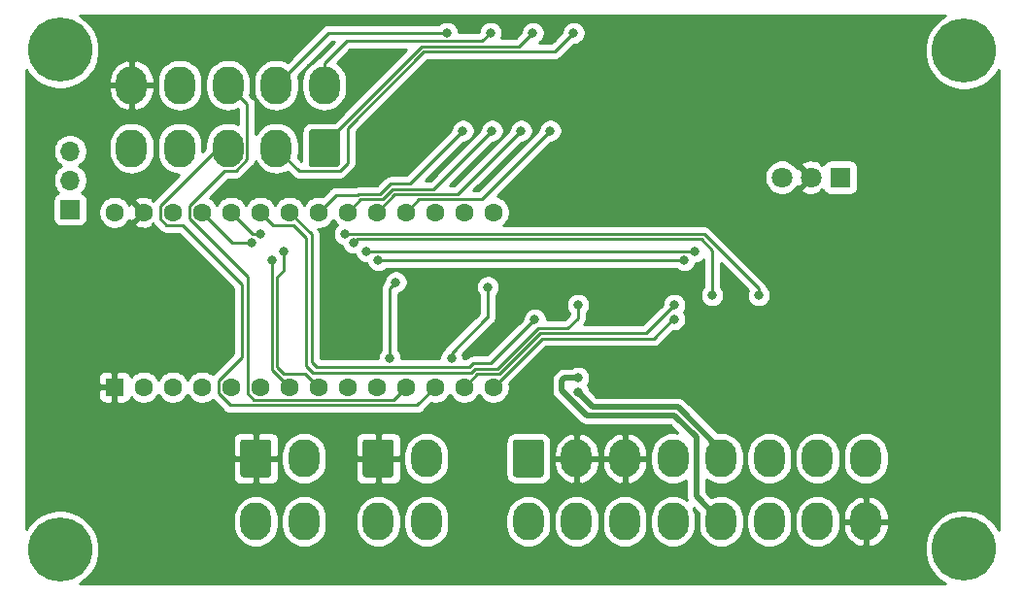
<source format=gbr>
%TF.GenerationSoftware,KiCad,Pcbnew,5.1.9+dfsg1-1*%
%TF.CreationDate,2021-07-09T17:21:31+02:00*%
%TF.ProjectId,JoeMBMS_V1.1,4a6f654d-424d-4535-9f56-312e312e6b69,rev?*%
%TF.SameCoordinates,Original*%
%TF.FileFunction,Copper,L2,Bot*%
%TF.FilePolarity,Positive*%
%FSLAX46Y46*%
G04 Gerber Fmt 4.6, Leading zero omitted, Abs format (unit mm)*
G04 Created by KiCad (PCBNEW 5.1.9+dfsg1-1) date 2021-07-09 17:21:31*
%MOMM*%
%LPD*%
G01*
G04 APERTURE LIST*
%TA.AperFunction,ConnectorPad*%
%ADD10C,5.600000*%
%TD*%
%TA.AperFunction,ComponentPad*%
%ADD11C,3.600000*%
%TD*%
%TA.AperFunction,ComponentPad*%
%ADD12O,1.700000X1.700000*%
%TD*%
%TA.AperFunction,ComponentPad*%
%ADD13R,1.700000X1.700000*%
%TD*%
%TA.AperFunction,ComponentPad*%
%ADD14R,1.600000X1.600000*%
%TD*%
%TA.AperFunction,ComponentPad*%
%ADD15C,1.600000*%
%TD*%
%TA.AperFunction,ComponentPad*%
%ADD16R,1.800000X1.800000*%
%TD*%
%TA.AperFunction,ComponentPad*%
%ADD17C,1.800000*%
%TD*%
%TA.AperFunction,ComponentPad*%
%ADD18O,2.700000X3.300000*%
%TD*%
%TA.AperFunction,ViaPad*%
%ADD19C,0.800000*%
%TD*%
%TA.AperFunction,Conductor*%
%ADD20C,0.250000*%
%TD*%
%TA.AperFunction,Conductor*%
%ADD21C,0.500000*%
%TD*%
%TA.AperFunction,Conductor*%
%ADD22C,0.254000*%
%TD*%
%TA.AperFunction,Conductor*%
%ADD23C,0.100000*%
%TD*%
G04 APERTURE END LIST*
D10*
%TO.P,REF\u002A\u002A,1*%
%TO.N,N/C*%
X96329500Y-81978500D03*
D11*
X96329500Y-81978500D03*
%TD*%
D10*
%TO.P,REF\u002A\u002A,1*%
%TO.N,N/C*%
X96329500Y-125539500D03*
D11*
X96329500Y-125539500D03*
%TD*%
D10*
%TO.P,REF\u002A\u002A,1*%
%TO.N,N/C*%
X175133000Y-125476000D03*
D11*
X175133000Y-125476000D03*
%TD*%
D10*
%TO.P,REF\u002A\u002A,1*%
%TO.N,N/C*%
X175133000Y-82042000D03*
D11*
X175133000Y-82042000D03*
%TD*%
D12*
%TO.P,JP1,3*%
%TO.N,J5_CANH*%
X97218500Y-90805000D03*
%TO.P,JP1,2*%
%TO.N,Net-(JP1-Pad2)*%
X97218500Y-93345000D03*
D13*
%TO.P,JP1,1*%
%TO.N,Net-(JP1-Pad1)*%
X97218500Y-95885000D03*
%TD*%
D14*
%TO.P,U1,1*%
%TO.N,GND*%
X101092000Y-111379000D03*
D15*
%TO.P,U1,2*%
%TO.N,Net-(U1-Pad2)*%
X103632000Y-111379000D03*
%TO.P,U1,3*%
%TO.N,Net-(U1-Pad3)*%
X106172000Y-111379000D03*
%TO.P,U1,4*%
%TO.N,Net-(U1-Pad4)*%
X108712000Y-111379000D03*
%TO.P,U1,5*%
%TO.N,Teensy_TX*%
X111252000Y-111379000D03*
%TO.P,U1,6*%
%TO.N,Teensy_RX*%
X113792000Y-111379000D03*
%TO.P,U1,7*%
%TO.N,Teensy_OUT7*%
X116332000Y-111379000D03*
%TO.P,U1,8*%
%TO.N,Teensy_OUT8*%
X118872000Y-111379000D03*
%TO.P,U1,9*%
%TO.N,Teensy_RX3*%
X121412000Y-111379000D03*
%TO.P,U1,10*%
%TO.N,Teensy_TX3*%
X123952000Y-111379000D03*
%TO.P,U1,11*%
%TO.N,J5_RX2*%
X126492000Y-111379000D03*
%TO.P,U1,12*%
%TO.N,J5_TX2*%
X129032000Y-111379000D03*
%TO.P,U1,13*%
%TO.N,Teensy_OUT1*%
X131572000Y-111379000D03*
%TO.P,U1,33*%
%TO.N,+5V*%
X101092000Y-96139000D03*
%TO.P,U1,32*%
%TO.N,GND*%
X103632000Y-96139000D03*
%TO.P,U1,31*%
%TO.N,+3V3*%
X106172000Y-96139000D03*
%TO.P,U1,30*%
%TO.N,Teensy_OUT6*%
X108712000Y-96139000D03*
%TO.P,U1,29*%
%TO.N,Teensy_OUT5*%
X111252000Y-96139000D03*
%TO.P,U1,28*%
%TO.N,Teensy_OUT4*%
X113792000Y-96139000D03*
%TO.P,U1,27*%
%TO.N,Teensy_OUT3*%
X116332000Y-96139000D03*
%TO.P,U1,26*%
%TO.N,Teensy_IN4*%
X118872000Y-96139000D03*
%TO.P,U1,25*%
%TO.N,Teensy_IN3*%
X121412000Y-96139000D03*
%TO.P,U1,24*%
%TO.N,Teensy_IN1*%
X123952000Y-96139000D03*
%TO.P,U1,23*%
%TO.N,Teensy_IN2*%
X126492000Y-96139000D03*
%TO.P,U1,22*%
%TO.N,Teensy_ASEN1*%
X129032000Y-96139000D03*
%TO.P,U1,21*%
%TO.N,Teensy_ASEN2*%
X131572000Y-96139000D03*
%TO.P,U1,14*%
%TO.N,Teensy_OUT2*%
X134112000Y-111379000D03*
%TO.P,U1,20*%
%TO.N,Net-(U1-Pad20)*%
X134112000Y-96139000D03*
%TD*%
D16*
%TO.P,U3,1*%
%TO.N,+12V*%
X164338000Y-93091000D03*
D17*
%TO.P,U3,2*%
%TO.N,GND*%
X161798000Y-93091000D03*
%TO.P,U3,3*%
%TO.N,+5V*%
X159258000Y-93091000D03*
%TD*%
D18*
%TO.P,J1,4*%
%TO.N,Teensy_TX3*%
X117611000Y-123102000D03*
%TO.P,J1,3*%
%TO.N,Teensy_RX3*%
X113411000Y-123102000D03*
%TO.P,J1,2*%
%TO.N,+5V*%
X117611000Y-117602000D03*
%TO.P,J1,1*%
%TO.N,GND*%
%TA.AperFunction,ComponentPad*%
G36*
G01*
X112061000Y-119001999D02*
X112061000Y-116202001D01*
G75*
G02*
X112311001Y-115952000I250001J0D01*
G01*
X114510999Y-115952000D01*
G75*
G02*
X114761000Y-116202001I0J-250001D01*
G01*
X114761000Y-119001999D01*
G75*
G02*
X114510999Y-119252000I-250001J0D01*
G01*
X112311001Y-119252000D01*
G75*
G02*
X112061000Y-119001999I0J250001D01*
G01*
G37*
%TD.AperFunction*%
%TD*%
%TO.P,J2,1*%
%TO.N,GND*%
%TA.AperFunction,ComponentPad*%
G36*
G01*
X122729000Y-119001999D02*
X122729000Y-116202001D01*
G75*
G02*
X122979001Y-115952000I250001J0D01*
G01*
X125178999Y-115952000D01*
G75*
G02*
X125429000Y-116202001I0J-250001D01*
G01*
X125429000Y-119001999D01*
G75*
G02*
X125178999Y-119252000I-250001J0D01*
G01*
X122979001Y-119252000D01*
G75*
G02*
X122729000Y-119001999I0J250001D01*
G01*
G37*
%TD.AperFunction*%
%TO.P,J2,2*%
%TO.N,+5V*%
X128279000Y-117602000D03*
%TO.P,J2,3*%
%TO.N,Net-(J2-Pad3)*%
X124079000Y-123102000D03*
%TO.P,J2,4*%
%TO.N,Net-(J2-Pad4)*%
X128279000Y-123102000D03*
%TD*%
%TO.P,J4,1*%
%TO.N,+5V*%
%TA.AperFunction,ComponentPad*%
G36*
G01*
X135810000Y-119001999D02*
X135810000Y-116202001D01*
G75*
G02*
X136060001Y-115952000I250001J0D01*
G01*
X138259999Y-115952000D01*
G75*
G02*
X138510000Y-116202001I0J-250001D01*
G01*
X138510000Y-119001999D01*
G75*
G02*
X138259999Y-119252000I-250001J0D01*
G01*
X136060001Y-119252000D01*
G75*
G02*
X135810000Y-119001999I0J250001D01*
G01*
G37*
%TD.AperFunction*%
%TO.P,J4,2*%
%TO.N,GND*%
X141360000Y-117602000D03*
%TO.P,J4,3*%
X145560000Y-117602000D03*
%TO.P,J4,4*%
%TO.N,J4_OUT2*%
X149760000Y-117602000D03*
%TO.P,J4,5*%
%TO.N,J4_OUT4*%
X153960000Y-117602000D03*
%TO.P,J4,6*%
%TO.N,J4_OUT6*%
X158160000Y-117602000D03*
%TO.P,J4,7*%
%TO.N,J4_OUT7*%
X162360000Y-117602000D03*
%TO.P,J4,8*%
%TO.N,J4_12V*%
X166560000Y-117602000D03*
%TO.P,J4,9*%
%TO.N,+12V*%
X137160000Y-123102000D03*
%TO.P,J4,10*%
X141360000Y-123102000D03*
%TO.P,J4,11*%
X145560000Y-123102000D03*
%TO.P,J4,12*%
%TO.N,J4_OUT1*%
X149760000Y-123102000D03*
%TO.P,J4,13*%
%TO.N,J4_OUT3*%
X153960000Y-123102000D03*
%TO.P,J4,14*%
%TO.N,J4_OUT5*%
X158160000Y-123102000D03*
%TO.P,J4,15*%
%TO.N,J4_OUT8*%
X162360000Y-123102000D03*
%TO.P,J4,16*%
%TO.N,GND*%
X166560000Y-123102000D03*
%TD*%
%TO.P,J5,1*%
%TO.N,J5_IN1*%
%TA.AperFunction,ComponentPad*%
G36*
G01*
X120730000Y-89151001D02*
X120730000Y-91950999D01*
G75*
G02*
X120479999Y-92201000I-250001J0D01*
G01*
X118280001Y-92201000D01*
G75*
G02*
X118030000Y-91950999I0J250001D01*
G01*
X118030000Y-89151001D01*
G75*
G02*
X118280001Y-88901000I250001J0D01*
G01*
X120479999Y-88901000D01*
G75*
G02*
X120730000Y-89151001I0J-250001D01*
G01*
G37*
%TD.AperFunction*%
%TO.P,J5,2*%
%TO.N,J5_IN2*%
X115180000Y-90551000D03*
%TO.P,J5,3*%
%TO.N,J5_TX2*%
X110980000Y-90551000D03*
%TO.P,J5,4*%
%TO.N,J5_CANH*%
X106780000Y-90551000D03*
%TO.P,J5,5*%
%TO.N,+5V*%
X102580000Y-90551000D03*
%TO.P,J5,6*%
%TO.N,J5_IN3*%
X119380000Y-85051000D03*
%TO.P,J5,7*%
%TO.N,J5_IN4*%
X115180000Y-85051000D03*
%TO.P,J5,8*%
%TO.N,J5_RX2*%
X110980000Y-85051000D03*
%TO.P,J5,9*%
%TO.N,J5_CANL*%
X106780000Y-85051000D03*
%TO.P,J5,10*%
%TO.N,GND*%
X102580000Y-85051000D03*
%TD*%
D19*
%TO.N,GND*%
X156210000Y-109982000D03*
X165354000Y-109982000D03*
X150114000Y-82677000D03*
X176276000Y-92303600D03*
X176276000Y-99898200D03*
X176276000Y-107696000D03*
X111125000Y-108458000D03*
X129540000Y-104013000D03*
X104902000Y-102006400D03*
X142265400Y-90424000D03*
X142621000Y-85725000D03*
X141478000Y-108661200D03*
%TO.N,Teensy_OUT4*%
X141478000Y-104215200D03*
%TO.N,Teensy_OUT3*%
X137718800Y-105485200D03*
%TO.N,J4_OUT3*%
X141478000Y-110565200D03*
%TO.N,J4_OUT4*%
X141478000Y-111835200D03*
%TO.N,Teensy_OUT2*%
X149860000Y-105485200D03*
%TO.N,Teensy_OUT1*%
X149860000Y-104215200D03*
%TO.N,Net-(J2-Pad3)*%
X125603000Y-102235000D03*
X125077001Y-108856999D03*
%TO.N,Net-(J2-Pad4)*%
X133629400Y-102666800D03*
X130446999Y-108839000D03*
%TO.N,J5_IN1*%
X137541000Y-80492600D03*
%TO.N,J5_IN2*%
X141097000Y-80492600D03*
%TO.N,J5_IN3*%
X133858000Y-80492600D03*
%TO.N,J5_IN4*%
X130048000Y-80492600D03*
%TO.N,Teensy_IN2*%
X139065000Y-89027000D03*
%TO.N,Teensy_IN1*%
X136525000Y-89027000D03*
%TO.N,Teensy_IN4*%
X131445000Y-89027000D03*
%TO.N,Teensy_IN3*%
X133985000Y-89027000D03*
%TO.N,Teensy_OUT8*%
X123063000Y-99568000D03*
X151638000Y-99568000D03*
X115824000Y-99568000D03*
%TO.N,Teensy_OUT7*%
X114808000Y-100330000D03*
X124079000Y-100330000D03*
X150749000Y-100330000D03*
%TO.N,Teensy_OUT5*%
X157226000Y-103378000D03*
X113792000Y-98044000D03*
X121158000Y-98044000D03*
%TO.N,Teensy_OUT6*%
X153162000Y-103378000D03*
X113030000Y-98806000D03*
X121920000Y-98806000D03*
%TD*%
D20*
%TO.N,Net-(J2-Pad3)*%
X125077001Y-102760999D02*
X125603000Y-102235000D01*
X125077001Y-108856999D02*
X125077001Y-102760999D01*
%TO.N,Net-(J2-Pad4)*%
X130446999Y-108839000D02*
X130446999Y-108440001D01*
X133629400Y-105257600D02*
X133489700Y-105397300D01*
X133629400Y-102666800D02*
X133629400Y-105257600D01*
X133489700Y-105397300D02*
X133604000Y-105283000D01*
X130446999Y-108440001D02*
X133489700Y-105397300D01*
%TO.N,J4_OUT4*%
X153960000Y-117475000D02*
X153960000Y-117384000D01*
X153960000Y-117475000D02*
X153960000Y-116876000D01*
D21*
X153960000Y-116902037D02*
X153960000Y-117602000D01*
X150189563Y-113131600D02*
X153960000Y-116902037D01*
X142774400Y-113131600D02*
X150189563Y-113131600D01*
X141478000Y-111835200D02*
X142774400Y-113131600D01*
%TO.N,J4_OUT3*%
X149899610Y-113831610D02*
X151790400Y-115722400D01*
X142216408Y-113831610D02*
X149899610Y-113831610D01*
X151790400Y-115722400D02*
X151790400Y-120932400D01*
X140055600Y-110794800D02*
X140055600Y-111670802D01*
X140055600Y-111670802D02*
X142216408Y-113831610D01*
X140285200Y-110565200D02*
X140055600Y-110794800D01*
X151790400Y-120932400D02*
X153960000Y-123102000D01*
X141478000Y-110565200D02*
X140285200Y-110565200D01*
D20*
%TO.N,J5_IN1*%
X136365989Y-81667611D02*
X137541000Y-80492600D01*
X136365989Y-81667611D02*
X127880978Y-81667612D01*
X127880978Y-81667612D02*
X119380000Y-90168590D01*
X119380000Y-90168590D02*
X119380000Y-90551000D01*
%TO.N,J5_IN2*%
X115180000Y-90551000D02*
X117155010Y-92526010D01*
X117155010Y-92526010D02*
X120718178Y-92526010D01*
X120718178Y-92526010D02*
X121412000Y-91832188D01*
X121412000Y-91832188D02*
X121412000Y-88773000D01*
X139471979Y-82117621D02*
X139877800Y-81711800D01*
X128067379Y-82117621D02*
X139471979Y-82117621D01*
X139877800Y-81711800D02*
X141097000Y-80492600D01*
X121412000Y-88773000D02*
X128067379Y-82117621D01*
%TO.N,J5_TX2*%
X107043001Y-97264001D02*
X105631999Y-97264001D01*
X112216989Y-102437989D02*
X107043001Y-97264001D01*
X112216989Y-108749009D02*
X112216989Y-102437989D01*
X110126999Y-111919001D02*
X110126999Y-110838999D01*
X105631999Y-97264001D02*
X105046999Y-96679001D01*
X110126999Y-110838999D02*
X112216989Y-108749009D01*
X111162009Y-112954011D02*
X110126999Y-111919001D01*
X127456989Y-112954011D02*
X111162009Y-112954011D01*
X129032000Y-111379000D02*
X127456989Y-112954011D01*
X105046999Y-96679001D02*
X105046999Y-95598999D01*
X105046999Y-95598999D02*
X110094998Y-90551000D01*
X110094998Y-90551000D02*
X110980000Y-90551000D01*
%TO.N,J5_IN3*%
X133858000Y-80492600D02*
X133132999Y-81217601D01*
X133132999Y-81217601D02*
X126935399Y-81217601D01*
X126935399Y-81217601D02*
X126681399Y-81217601D01*
X121313399Y-81217601D02*
X126935399Y-81217601D01*
X119380000Y-85051000D02*
X119380000Y-83151000D01*
X119380000Y-83151000D02*
X121313399Y-81217601D01*
%TO.N,J5_IN4*%
X130048000Y-80492600D02*
X119738400Y-80492600D01*
X119738400Y-80492600D02*
X115180000Y-85051000D01*
%TO.N,J5_RX2*%
X126492000Y-111379000D02*
X125366999Y-112504001D01*
X125366999Y-112504001D02*
X113251999Y-112504001D01*
X113251999Y-112504001D02*
X112666999Y-111919001D01*
X112666999Y-101759001D02*
X107586999Y-96679001D01*
X112666999Y-111919001D02*
X112666999Y-101759001D01*
X107586999Y-95598999D02*
X110659988Y-92526010D01*
X107586999Y-96679001D02*
X107586999Y-95598999D01*
X110659988Y-92526010D02*
X111673811Y-92526010D01*
X111673811Y-92526010D02*
X112655010Y-91544811D01*
X112655010Y-86726010D02*
X110980000Y-85051000D01*
X112655010Y-91544811D02*
X112655010Y-86726010D01*
%TO.N,Teensy_IN2*%
X133078001Y-95013999D02*
X139065000Y-89027000D01*
X127617001Y-95013999D02*
X133078001Y-95013999D01*
X126492000Y-96139000D02*
X127617001Y-95013999D01*
%TO.N,Teensy_IN1*%
X123952000Y-96139000D02*
X125527011Y-94563989D01*
X130988011Y-94563989D02*
X136525000Y-89027000D01*
X125527011Y-94563989D02*
X130988011Y-94563989D01*
%TO.N,Teensy_IN4*%
X118872000Y-96139000D02*
X120396000Y-94615000D01*
X120396000Y-94615000D02*
X122299590Y-94615000D01*
X124254191Y-94563989D02*
X125154211Y-93663969D01*
X122350601Y-94563989D02*
X124254191Y-94563989D01*
X122299590Y-94615000D02*
X122350601Y-94563989D01*
X126808031Y-93663969D02*
X131445000Y-89027000D01*
X125154211Y-93663969D02*
X126808031Y-93663969D01*
%TO.N,Teensy_IN3*%
X121412000Y-96139000D02*
X122537001Y-95013999D01*
X124440591Y-95013999D02*
X125340611Y-94113979D01*
X122537001Y-95013999D02*
X124440591Y-95013999D01*
X128898021Y-94113979D02*
X133985000Y-89027000D01*
X125340611Y-94113979D02*
X128898021Y-94113979D01*
%TO.N,Teensy_OUT8*%
X115825410Y-110236000D02*
X115258010Y-109668600D01*
X117729000Y-110236000D02*
X115825410Y-110236000D01*
X118872000Y-111379000D02*
X117729000Y-110236000D01*
X115258010Y-109668600D02*
X115258010Y-101784990D01*
X115258010Y-101784990D02*
X115824000Y-101219000D01*
X115824000Y-99568000D02*
X115824000Y-101219000D01*
X123063000Y-99568000D02*
X151638000Y-99568000D01*
%TO.N,Teensy_OUT7*%
X116332000Y-111379000D02*
X114808000Y-109855000D01*
X114808000Y-100330000D02*
X114808000Y-109855000D01*
X124079000Y-100330000D02*
X150749000Y-100330000D01*
%TO.N,Teensy_OUT5*%
X113157000Y-98044000D02*
X111252000Y-96139000D01*
X113792000Y-98044000D02*
X113157000Y-98044000D01*
X157226000Y-102812315D02*
X157226000Y-103378000D01*
X152457685Y-98044000D02*
X157226000Y-102812315D01*
X121158000Y-98044000D02*
X152457685Y-98044000D01*
%TO.N,Teensy_OUT6*%
X111379000Y-98806000D02*
X113030000Y-98806000D01*
X108712000Y-96139000D02*
X111379000Y-98806000D01*
X122231990Y-98494010D02*
X121920000Y-98806000D01*
X152215010Y-98494010D02*
X122231990Y-98494010D01*
X153162000Y-99441000D02*
X152215010Y-98494010D01*
X153162000Y-103378000D02*
X153162000Y-99441000D01*
%TO.N,Teensy_OUT3*%
X132019190Y-109658990D02*
X132349390Y-109328790D01*
X118675990Y-109658990D02*
X132019190Y-109658990D01*
X118269011Y-109252011D02*
X118675990Y-109658990D01*
X118269011Y-98076011D02*
X118269011Y-109252011D01*
X116332000Y-96139000D02*
X118269011Y-98076011D01*
X133875210Y-109328790D02*
X133393610Y-109328790D01*
X137718800Y-105485200D02*
X133875210Y-109328790D01*
X132349390Y-109328790D02*
X133393610Y-109328790D01*
%TO.N,Teensy_OUT2*%
X134112000Y-111379000D02*
X138353800Y-107137200D01*
X138353800Y-107137200D02*
X148082000Y-107137200D01*
X149734000Y-105485200D02*
X149860000Y-105485200D01*
X148082000Y-107137200D02*
X149734000Y-105485200D01*
%TO.N,Teensy_OUT4*%
X116695001Y-97264001D02*
X114917001Y-97264001D01*
X132205590Y-110109000D02*
X118364000Y-110109000D01*
X132535790Y-109778800D02*
X132205590Y-110109000D01*
X134439380Y-109778800D02*
X132535790Y-109778800D01*
X118364000Y-110109000D02*
X117819001Y-109564001D01*
X137981000Y-106237180D02*
X134439380Y-109778800D01*
X140600020Y-106237180D02*
X137981000Y-106237180D01*
X141478000Y-105359200D02*
X140600020Y-106237180D01*
X114917001Y-97264001D02*
X113792000Y-96139000D01*
X117819001Y-98388001D02*
X116695001Y-97264001D01*
X117819001Y-109564001D02*
X117819001Y-98388001D01*
X141478000Y-104215200D02*
X141478000Y-105359200D01*
%TO.N,Teensy_OUT1*%
X134600591Y-110253999D02*
X132697001Y-110253999D01*
X138167400Y-106687190D02*
X134600591Y-110253999D01*
X132697001Y-110253999D02*
X131572000Y-111379000D01*
X147388010Y-106687190D02*
X138167400Y-106687190D01*
X149860000Y-104215200D02*
X147388010Y-106687190D01*
%TD*%
D22*
%TO.N,GND*%
X172943315Y-79373862D02*
X172464862Y-79852315D01*
X172088943Y-80414918D01*
X171830006Y-81040048D01*
X171698000Y-81703682D01*
X171698000Y-82380318D01*
X171830006Y-83043952D01*
X172088943Y-83669082D01*
X172464862Y-84231685D01*
X172943315Y-84710138D01*
X173505918Y-85086057D01*
X174131048Y-85344994D01*
X174794682Y-85477000D01*
X175471318Y-85477000D01*
X176134952Y-85344994D01*
X176760082Y-85086057D01*
X177322685Y-84710138D01*
X177801138Y-84231685D01*
X178156001Y-83700595D01*
X178156000Y-123817404D01*
X177801138Y-123286315D01*
X177322685Y-122807862D01*
X176760082Y-122431943D01*
X176134952Y-122173006D01*
X175471318Y-122041000D01*
X174794682Y-122041000D01*
X174131048Y-122173006D01*
X173505918Y-122431943D01*
X172943315Y-122807862D01*
X172464862Y-123286315D01*
X172088943Y-123848918D01*
X171830006Y-124474048D01*
X171698000Y-125137682D01*
X171698000Y-125814318D01*
X171830006Y-126477952D01*
X172088943Y-127103082D01*
X172464862Y-127665685D01*
X172943315Y-128144138D01*
X173474404Y-128499000D01*
X98083131Y-128499000D01*
X98519185Y-128207638D01*
X98997638Y-127729185D01*
X99373557Y-127166582D01*
X99632494Y-126541452D01*
X99764500Y-125877818D01*
X99764500Y-125201182D01*
X99632494Y-124537548D01*
X99373557Y-123912418D01*
X98997638Y-123349815D01*
X98519185Y-122871362D01*
X98269445Y-122704491D01*
X111426000Y-122704491D01*
X111426000Y-123499510D01*
X111454722Y-123791128D01*
X111568226Y-124165302D01*
X111752547Y-124510143D01*
X112000603Y-124812398D01*
X112302858Y-125060453D01*
X112647699Y-125244774D01*
X113021873Y-125358278D01*
X113411000Y-125396604D01*
X113800128Y-125358278D01*
X114174302Y-125244774D01*
X114519143Y-125060453D01*
X114821398Y-124812398D01*
X115069453Y-124510143D01*
X115253774Y-124165302D01*
X115367278Y-123791127D01*
X115396000Y-123499509D01*
X115396000Y-122704491D01*
X115626000Y-122704491D01*
X115626000Y-123499510D01*
X115654722Y-123791128D01*
X115768226Y-124165302D01*
X115952547Y-124510143D01*
X116200603Y-124812398D01*
X116502858Y-125060453D01*
X116847699Y-125244774D01*
X117221873Y-125358278D01*
X117611000Y-125396604D01*
X118000128Y-125358278D01*
X118374302Y-125244774D01*
X118719143Y-125060453D01*
X119021398Y-124812398D01*
X119269453Y-124510143D01*
X119453774Y-124165302D01*
X119567278Y-123791127D01*
X119596000Y-123499509D01*
X119596000Y-122704491D01*
X122094000Y-122704491D01*
X122094000Y-123499510D01*
X122122722Y-123791128D01*
X122236226Y-124165302D01*
X122420547Y-124510143D01*
X122668603Y-124812398D01*
X122970858Y-125060453D01*
X123315699Y-125244774D01*
X123689873Y-125358278D01*
X124079000Y-125396604D01*
X124468128Y-125358278D01*
X124842302Y-125244774D01*
X125187143Y-125060453D01*
X125489398Y-124812398D01*
X125737453Y-124510143D01*
X125921774Y-124165302D01*
X126035278Y-123791127D01*
X126064000Y-123499509D01*
X126064000Y-122704491D01*
X126294000Y-122704491D01*
X126294000Y-123499510D01*
X126322722Y-123791128D01*
X126436226Y-124165302D01*
X126620547Y-124510143D01*
X126868603Y-124812398D01*
X127170858Y-125060453D01*
X127515699Y-125244774D01*
X127889873Y-125358278D01*
X128279000Y-125396604D01*
X128668128Y-125358278D01*
X129042302Y-125244774D01*
X129387143Y-125060453D01*
X129689398Y-124812398D01*
X129937453Y-124510143D01*
X130121774Y-124165302D01*
X130235278Y-123791127D01*
X130264000Y-123499509D01*
X130264000Y-122704491D01*
X135175000Y-122704491D01*
X135175000Y-123499510D01*
X135203722Y-123791128D01*
X135317226Y-124165302D01*
X135501547Y-124510143D01*
X135749603Y-124812398D01*
X136051858Y-125060453D01*
X136396699Y-125244774D01*
X136770873Y-125358278D01*
X137160000Y-125396604D01*
X137549128Y-125358278D01*
X137923302Y-125244774D01*
X138268143Y-125060453D01*
X138570398Y-124812398D01*
X138818453Y-124510143D01*
X139002774Y-124165302D01*
X139116278Y-123791127D01*
X139145000Y-123499509D01*
X139145000Y-122704491D01*
X139375000Y-122704491D01*
X139375000Y-123499510D01*
X139403722Y-123791128D01*
X139517226Y-124165302D01*
X139701547Y-124510143D01*
X139949603Y-124812398D01*
X140251858Y-125060453D01*
X140596699Y-125244774D01*
X140970873Y-125358278D01*
X141360000Y-125396604D01*
X141749128Y-125358278D01*
X142123302Y-125244774D01*
X142468143Y-125060453D01*
X142770398Y-124812398D01*
X143018453Y-124510143D01*
X143202774Y-124165302D01*
X143316278Y-123791127D01*
X143345000Y-123499509D01*
X143345000Y-122704491D01*
X143575000Y-122704491D01*
X143575000Y-123499510D01*
X143603722Y-123791128D01*
X143717226Y-124165302D01*
X143901547Y-124510143D01*
X144149603Y-124812398D01*
X144451858Y-125060453D01*
X144796699Y-125244774D01*
X145170873Y-125358278D01*
X145560000Y-125396604D01*
X145949128Y-125358278D01*
X146323302Y-125244774D01*
X146668143Y-125060453D01*
X146970398Y-124812398D01*
X147218453Y-124510143D01*
X147402774Y-124165302D01*
X147516278Y-123791127D01*
X147545000Y-123499509D01*
X147545000Y-122704490D01*
X147516278Y-122412872D01*
X147402774Y-122038698D01*
X147218453Y-121693857D01*
X146970398Y-121391602D01*
X146668143Y-121143547D01*
X146323301Y-120959226D01*
X145949127Y-120845722D01*
X145560000Y-120807396D01*
X145170872Y-120845722D01*
X144796698Y-120959226D01*
X144451857Y-121143547D01*
X144149602Y-121391602D01*
X143901547Y-121693857D01*
X143717226Y-122038699D01*
X143603722Y-122412873D01*
X143575000Y-122704491D01*
X143345000Y-122704491D01*
X143345000Y-122704490D01*
X143316278Y-122412872D01*
X143202774Y-122038698D01*
X143018453Y-121693857D01*
X142770398Y-121391602D01*
X142468143Y-121143547D01*
X142123301Y-120959226D01*
X141749127Y-120845722D01*
X141360000Y-120807396D01*
X140970872Y-120845722D01*
X140596698Y-120959226D01*
X140251857Y-121143547D01*
X139949602Y-121391602D01*
X139701547Y-121693857D01*
X139517226Y-122038699D01*
X139403722Y-122412873D01*
X139375000Y-122704491D01*
X139145000Y-122704491D01*
X139145000Y-122704490D01*
X139116278Y-122412872D01*
X139002774Y-122038698D01*
X138818453Y-121693857D01*
X138570398Y-121391602D01*
X138268143Y-121143547D01*
X137923301Y-120959226D01*
X137549127Y-120845722D01*
X137160000Y-120807396D01*
X136770872Y-120845722D01*
X136396698Y-120959226D01*
X136051857Y-121143547D01*
X135749602Y-121391602D01*
X135501547Y-121693857D01*
X135317226Y-122038699D01*
X135203722Y-122412873D01*
X135175000Y-122704491D01*
X130264000Y-122704491D01*
X130264000Y-122704490D01*
X130235278Y-122412872D01*
X130121774Y-122038698D01*
X129937453Y-121693857D01*
X129689398Y-121391602D01*
X129387143Y-121143547D01*
X129042301Y-120959226D01*
X128668127Y-120845722D01*
X128279000Y-120807396D01*
X127889872Y-120845722D01*
X127515698Y-120959226D01*
X127170857Y-121143547D01*
X126868602Y-121391602D01*
X126620547Y-121693857D01*
X126436226Y-122038699D01*
X126322722Y-122412873D01*
X126294000Y-122704491D01*
X126064000Y-122704491D01*
X126064000Y-122704490D01*
X126035278Y-122412872D01*
X125921774Y-122038698D01*
X125737453Y-121693857D01*
X125489398Y-121391602D01*
X125187143Y-121143547D01*
X124842301Y-120959226D01*
X124468127Y-120845722D01*
X124079000Y-120807396D01*
X123689872Y-120845722D01*
X123315698Y-120959226D01*
X122970857Y-121143547D01*
X122668602Y-121391602D01*
X122420547Y-121693857D01*
X122236226Y-122038699D01*
X122122722Y-122412873D01*
X122094000Y-122704491D01*
X119596000Y-122704491D01*
X119596000Y-122704490D01*
X119567278Y-122412872D01*
X119453774Y-122038698D01*
X119269453Y-121693857D01*
X119021398Y-121391602D01*
X118719143Y-121143547D01*
X118374301Y-120959226D01*
X118000127Y-120845722D01*
X117611000Y-120807396D01*
X117221872Y-120845722D01*
X116847698Y-120959226D01*
X116502857Y-121143547D01*
X116200602Y-121391602D01*
X115952547Y-121693857D01*
X115768226Y-122038699D01*
X115654722Y-122412873D01*
X115626000Y-122704491D01*
X115396000Y-122704491D01*
X115396000Y-122704490D01*
X115367278Y-122412872D01*
X115253774Y-122038698D01*
X115069453Y-121693857D01*
X114821398Y-121391602D01*
X114519143Y-121143547D01*
X114174301Y-120959226D01*
X113800127Y-120845722D01*
X113411000Y-120807396D01*
X113021872Y-120845722D01*
X112647698Y-120959226D01*
X112302857Y-121143547D01*
X112000602Y-121391602D01*
X111752547Y-121693857D01*
X111568226Y-122038699D01*
X111454722Y-122412873D01*
X111426000Y-122704491D01*
X98269445Y-122704491D01*
X97956582Y-122495443D01*
X97331452Y-122236506D01*
X96667818Y-122104500D01*
X95991182Y-122104500D01*
X95327548Y-122236506D01*
X94702418Y-122495443D01*
X94139815Y-122871362D01*
X93661362Y-123349815D01*
X93370000Y-123785869D01*
X93370000Y-119252000D01*
X111422928Y-119252000D01*
X111435188Y-119376482D01*
X111471498Y-119496180D01*
X111530463Y-119606494D01*
X111609815Y-119703185D01*
X111706506Y-119782537D01*
X111816820Y-119841502D01*
X111936518Y-119877812D01*
X112061000Y-119890072D01*
X113125250Y-119887000D01*
X113284000Y-119728250D01*
X113284000Y-117729000D01*
X113538000Y-117729000D01*
X113538000Y-119728250D01*
X113696750Y-119887000D01*
X114761000Y-119890072D01*
X114885482Y-119877812D01*
X115005180Y-119841502D01*
X115115494Y-119782537D01*
X115212185Y-119703185D01*
X115291537Y-119606494D01*
X115350502Y-119496180D01*
X115386812Y-119376482D01*
X115399072Y-119252000D01*
X115396000Y-117887750D01*
X115237250Y-117729000D01*
X113538000Y-117729000D01*
X113284000Y-117729000D01*
X111584750Y-117729000D01*
X111426000Y-117887750D01*
X111422928Y-119252000D01*
X93370000Y-119252000D01*
X93370000Y-115952000D01*
X111422928Y-115952000D01*
X111426000Y-117316250D01*
X111584750Y-117475000D01*
X113284000Y-117475000D01*
X113284000Y-115475750D01*
X113538000Y-115475750D01*
X113538000Y-117475000D01*
X115237250Y-117475000D01*
X115396000Y-117316250D01*
X115396251Y-117204491D01*
X115626000Y-117204491D01*
X115626000Y-117999510D01*
X115654722Y-118291128D01*
X115768226Y-118665302D01*
X115952547Y-119010143D01*
X116200603Y-119312398D01*
X116502858Y-119560453D01*
X116847699Y-119744774D01*
X117221873Y-119858278D01*
X117611000Y-119896604D01*
X118000128Y-119858278D01*
X118374302Y-119744774D01*
X118719143Y-119560453D01*
X119021398Y-119312398D01*
X119070965Y-119252000D01*
X122090928Y-119252000D01*
X122103188Y-119376482D01*
X122139498Y-119496180D01*
X122198463Y-119606494D01*
X122277815Y-119703185D01*
X122374506Y-119782537D01*
X122484820Y-119841502D01*
X122604518Y-119877812D01*
X122729000Y-119890072D01*
X123793250Y-119887000D01*
X123952000Y-119728250D01*
X123952000Y-117729000D01*
X124206000Y-117729000D01*
X124206000Y-119728250D01*
X124364750Y-119887000D01*
X125429000Y-119890072D01*
X125553482Y-119877812D01*
X125673180Y-119841502D01*
X125783494Y-119782537D01*
X125880185Y-119703185D01*
X125959537Y-119606494D01*
X126018502Y-119496180D01*
X126054812Y-119376482D01*
X126067072Y-119252000D01*
X126064000Y-117887750D01*
X125905250Y-117729000D01*
X124206000Y-117729000D01*
X123952000Y-117729000D01*
X122252750Y-117729000D01*
X122094000Y-117887750D01*
X122090928Y-119252000D01*
X119070965Y-119252000D01*
X119269453Y-119010143D01*
X119453774Y-118665302D01*
X119567278Y-118291127D01*
X119596000Y-117999509D01*
X119596000Y-117204490D01*
X119567278Y-116912872D01*
X119453774Y-116538698D01*
X119269453Y-116193857D01*
X119070966Y-115952000D01*
X122090928Y-115952000D01*
X122094000Y-117316250D01*
X122252750Y-117475000D01*
X123952000Y-117475000D01*
X123952000Y-115475750D01*
X124206000Y-115475750D01*
X124206000Y-117475000D01*
X125905250Y-117475000D01*
X126064000Y-117316250D01*
X126064251Y-117204491D01*
X126294000Y-117204491D01*
X126294000Y-117999510D01*
X126322722Y-118291128D01*
X126436226Y-118665302D01*
X126620547Y-119010143D01*
X126868603Y-119312398D01*
X127170858Y-119560453D01*
X127515699Y-119744774D01*
X127889873Y-119858278D01*
X128279000Y-119896604D01*
X128668128Y-119858278D01*
X129042302Y-119744774D01*
X129387143Y-119560453D01*
X129689398Y-119312398D01*
X129937453Y-119010143D01*
X130121774Y-118665302D01*
X130235278Y-118291127D01*
X130264000Y-117999509D01*
X130264000Y-117204490D01*
X130235278Y-116912872D01*
X130121774Y-116538698D01*
X129941807Y-116202001D01*
X135171928Y-116202001D01*
X135171928Y-119001999D01*
X135188992Y-119175253D01*
X135239529Y-119341850D01*
X135321595Y-119495386D01*
X135432039Y-119629961D01*
X135566614Y-119740405D01*
X135720150Y-119822471D01*
X135886747Y-119873008D01*
X136060001Y-119890072D01*
X138259999Y-119890072D01*
X138433253Y-119873008D01*
X138599850Y-119822471D01*
X138753386Y-119740405D01*
X138887961Y-119629961D01*
X138998405Y-119495386D01*
X139080471Y-119341850D01*
X139131008Y-119175253D01*
X139148072Y-119001999D01*
X139148072Y-117729000D01*
X139375000Y-117729000D01*
X139375000Y-118029000D01*
X139437918Y-118413814D01*
X139574700Y-118778959D01*
X139780090Y-119110403D01*
X140046195Y-119395409D01*
X140362789Y-119623024D01*
X140717705Y-119784501D01*
X140924677Y-119838677D01*
X141233000Y-119723829D01*
X141233000Y-117729000D01*
X141487000Y-117729000D01*
X141487000Y-119723829D01*
X141795323Y-119838677D01*
X142002295Y-119784501D01*
X142357211Y-119623024D01*
X142673805Y-119395409D01*
X142939910Y-119110403D01*
X143145300Y-118778959D01*
X143282082Y-118413814D01*
X143345000Y-118029000D01*
X143345000Y-117729000D01*
X143575000Y-117729000D01*
X143575000Y-118029000D01*
X143637918Y-118413814D01*
X143774700Y-118778959D01*
X143980090Y-119110403D01*
X144246195Y-119395409D01*
X144562789Y-119623024D01*
X144917705Y-119784501D01*
X145124677Y-119838677D01*
X145433000Y-119723829D01*
X145433000Y-117729000D01*
X145687000Y-117729000D01*
X145687000Y-119723829D01*
X145995323Y-119838677D01*
X146202295Y-119784501D01*
X146557211Y-119623024D01*
X146873805Y-119395409D01*
X147139910Y-119110403D01*
X147345300Y-118778959D01*
X147482082Y-118413814D01*
X147545000Y-118029000D01*
X147545000Y-117729000D01*
X145687000Y-117729000D01*
X145433000Y-117729000D01*
X143575000Y-117729000D01*
X143345000Y-117729000D01*
X141487000Y-117729000D01*
X141233000Y-117729000D01*
X139375000Y-117729000D01*
X139148072Y-117729000D01*
X139148072Y-117175000D01*
X139375000Y-117175000D01*
X139375000Y-117475000D01*
X141233000Y-117475000D01*
X141233000Y-115480171D01*
X141487000Y-115480171D01*
X141487000Y-117475000D01*
X143345000Y-117475000D01*
X143345000Y-117175000D01*
X143575000Y-117175000D01*
X143575000Y-117475000D01*
X145433000Y-117475000D01*
X145433000Y-115480171D01*
X145687000Y-115480171D01*
X145687000Y-117475000D01*
X147545000Y-117475000D01*
X147545000Y-117175000D01*
X147482082Y-116790186D01*
X147345300Y-116425041D01*
X147139910Y-116093597D01*
X146873805Y-115808591D01*
X146557211Y-115580976D01*
X146202295Y-115419499D01*
X145995323Y-115365323D01*
X145687000Y-115480171D01*
X145433000Y-115480171D01*
X145124677Y-115365323D01*
X144917705Y-115419499D01*
X144562789Y-115580976D01*
X144246195Y-115808591D01*
X143980090Y-116093597D01*
X143774700Y-116425041D01*
X143637918Y-116790186D01*
X143575000Y-117175000D01*
X143345000Y-117175000D01*
X143282082Y-116790186D01*
X143145300Y-116425041D01*
X142939910Y-116093597D01*
X142673805Y-115808591D01*
X142357211Y-115580976D01*
X142002295Y-115419499D01*
X141795323Y-115365323D01*
X141487000Y-115480171D01*
X141233000Y-115480171D01*
X140924677Y-115365323D01*
X140717705Y-115419499D01*
X140362789Y-115580976D01*
X140046195Y-115808591D01*
X139780090Y-116093597D01*
X139574700Y-116425041D01*
X139437918Y-116790186D01*
X139375000Y-117175000D01*
X139148072Y-117175000D01*
X139148072Y-116202001D01*
X139131008Y-116028747D01*
X139080471Y-115862150D01*
X138998405Y-115708614D01*
X138887961Y-115574039D01*
X138753386Y-115463595D01*
X138599850Y-115381529D01*
X138433253Y-115330992D01*
X138259999Y-115313928D01*
X136060001Y-115313928D01*
X135886747Y-115330992D01*
X135720150Y-115381529D01*
X135566614Y-115463595D01*
X135432039Y-115574039D01*
X135321595Y-115708614D01*
X135239529Y-115862150D01*
X135188992Y-116028747D01*
X135171928Y-116202001D01*
X129941807Y-116202001D01*
X129937453Y-116193857D01*
X129689398Y-115891602D01*
X129387143Y-115643547D01*
X129042301Y-115459226D01*
X128668127Y-115345722D01*
X128279000Y-115307396D01*
X127889872Y-115345722D01*
X127515698Y-115459226D01*
X127170857Y-115643547D01*
X126868602Y-115891602D01*
X126620547Y-116193857D01*
X126436226Y-116538699D01*
X126322722Y-116912873D01*
X126294000Y-117204491D01*
X126064251Y-117204491D01*
X126067072Y-115952000D01*
X126054812Y-115827518D01*
X126018502Y-115707820D01*
X125959537Y-115597506D01*
X125880185Y-115500815D01*
X125783494Y-115421463D01*
X125673180Y-115362498D01*
X125553482Y-115326188D01*
X125429000Y-115313928D01*
X124364750Y-115317000D01*
X124206000Y-115475750D01*
X123952000Y-115475750D01*
X123793250Y-115317000D01*
X122729000Y-115313928D01*
X122604518Y-115326188D01*
X122484820Y-115362498D01*
X122374506Y-115421463D01*
X122277815Y-115500815D01*
X122198463Y-115597506D01*
X122139498Y-115707820D01*
X122103188Y-115827518D01*
X122090928Y-115952000D01*
X119070966Y-115952000D01*
X119021398Y-115891602D01*
X118719143Y-115643547D01*
X118374301Y-115459226D01*
X118000127Y-115345722D01*
X117611000Y-115307396D01*
X117221872Y-115345722D01*
X116847698Y-115459226D01*
X116502857Y-115643547D01*
X116200602Y-115891602D01*
X115952547Y-116193857D01*
X115768226Y-116538699D01*
X115654722Y-116912873D01*
X115626000Y-117204491D01*
X115396251Y-117204491D01*
X115399072Y-115952000D01*
X115386812Y-115827518D01*
X115350502Y-115707820D01*
X115291537Y-115597506D01*
X115212185Y-115500815D01*
X115115494Y-115421463D01*
X115005180Y-115362498D01*
X114885482Y-115326188D01*
X114761000Y-115313928D01*
X113696750Y-115317000D01*
X113538000Y-115475750D01*
X113284000Y-115475750D01*
X113125250Y-115317000D01*
X112061000Y-115313928D01*
X111936518Y-115326188D01*
X111816820Y-115362498D01*
X111706506Y-115421463D01*
X111609815Y-115500815D01*
X111530463Y-115597506D01*
X111471498Y-115707820D01*
X111435188Y-115827518D01*
X111422928Y-115952000D01*
X93370000Y-115952000D01*
X93370000Y-112179000D01*
X99653928Y-112179000D01*
X99666188Y-112303482D01*
X99702498Y-112423180D01*
X99761463Y-112533494D01*
X99840815Y-112630185D01*
X99937506Y-112709537D01*
X100047820Y-112768502D01*
X100167518Y-112804812D01*
X100292000Y-112817072D01*
X100806250Y-112814000D01*
X100965000Y-112655250D01*
X100965000Y-111506000D01*
X99815750Y-111506000D01*
X99657000Y-111664750D01*
X99653928Y-112179000D01*
X93370000Y-112179000D01*
X93370000Y-110579000D01*
X99653928Y-110579000D01*
X99657000Y-111093250D01*
X99815750Y-111252000D01*
X100965000Y-111252000D01*
X100965000Y-110102750D01*
X101219000Y-110102750D01*
X101219000Y-111252000D01*
X101239000Y-111252000D01*
X101239000Y-111506000D01*
X101219000Y-111506000D01*
X101219000Y-112655250D01*
X101377750Y-112814000D01*
X101892000Y-112817072D01*
X102016482Y-112804812D01*
X102136180Y-112768502D01*
X102246494Y-112709537D01*
X102343185Y-112630185D01*
X102422537Y-112533494D01*
X102481502Y-112423180D01*
X102517812Y-112303482D01*
X102518643Y-112295039D01*
X102717241Y-112493637D01*
X102952273Y-112650680D01*
X103213426Y-112758853D01*
X103490665Y-112814000D01*
X103773335Y-112814000D01*
X104050574Y-112758853D01*
X104311727Y-112650680D01*
X104546759Y-112493637D01*
X104746637Y-112293759D01*
X104902000Y-112061241D01*
X105057363Y-112293759D01*
X105257241Y-112493637D01*
X105492273Y-112650680D01*
X105753426Y-112758853D01*
X106030665Y-112814000D01*
X106313335Y-112814000D01*
X106590574Y-112758853D01*
X106851727Y-112650680D01*
X107086759Y-112493637D01*
X107286637Y-112293759D01*
X107442000Y-112061241D01*
X107597363Y-112293759D01*
X107797241Y-112493637D01*
X108032273Y-112650680D01*
X108293426Y-112758853D01*
X108570665Y-112814000D01*
X108853335Y-112814000D01*
X109130574Y-112758853D01*
X109391727Y-112650680D01*
X109626759Y-112493637D01*
X109626796Y-112493600D01*
X110598210Y-113465014D01*
X110622008Y-113494012D01*
X110737733Y-113588985D01*
X110869762Y-113659557D01*
X111013023Y-113703014D01*
X111124676Y-113714011D01*
X111124685Y-113714011D01*
X111162008Y-113717687D01*
X111199331Y-113714011D01*
X127419667Y-113714011D01*
X127456989Y-113717687D01*
X127494311Y-113714011D01*
X127494322Y-113714011D01*
X127605975Y-113703014D01*
X127749236Y-113659557D01*
X127881265Y-113588985D01*
X127996990Y-113494012D01*
X128020793Y-113465008D01*
X128708114Y-112777688D01*
X128890665Y-112814000D01*
X129173335Y-112814000D01*
X129450574Y-112758853D01*
X129711727Y-112650680D01*
X129946759Y-112493637D01*
X130146637Y-112293759D01*
X130302000Y-112061241D01*
X130457363Y-112293759D01*
X130657241Y-112493637D01*
X130892273Y-112650680D01*
X131153426Y-112758853D01*
X131430665Y-112814000D01*
X131713335Y-112814000D01*
X131990574Y-112758853D01*
X132251727Y-112650680D01*
X132486759Y-112493637D01*
X132686637Y-112293759D01*
X132842000Y-112061241D01*
X132997363Y-112293759D01*
X133197241Y-112493637D01*
X133432273Y-112650680D01*
X133693426Y-112758853D01*
X133970665Y-112814000D01*
X134253335Y-112814000D01*
X134530574Y-112758853D01*
X134791727Y-112650680D01*
X135026759Y-112493637D01*
X135226637Y-112293759D01*
X135383680Y-112058727D01*
X135491853Y-111797574D01*
X135547000Y-111520335D01*
X135547000Y-111237665D01*
X135510688Y-111055113D01*
X135771001Y-110794800D01*
X139166319Y-110794800D01*
X139170600Y-110838269D01*
X139170600Y-111627333D01*
X139166319Y-111670802D01*
X139170600Y-111714271D01*
X139170600Y-111714279D01*
X139172470Y-111733261D01*
X139183405Y-111844292D01*
X139234012Y-112011115D01*
X139316190Y-112164861D01*
X139399068Y-112265848D01*
X139399071Y-112265851D01*
X139426784Y-112299619D01*
X139460551Y-112327331D01*
X141559878Y-114426659D01*
X141587591Y-114460427D01*
X141621359Y-114488140D01*
X141621361Y-114488142D01*
X141692860Y-114546820D01*
X141722349Y-114571021D01*
X141876095Y-114653199D01*
X141992311Y-114688453D01*
X142042917Y-114703805D01*
X142057714Y-114705262D01*
X142172931Y-114716610D01*
X142172939Y-114716610D01*
X142216408Y-114720891D01*
X142259877Y-114716610D01*
X149533032Y-114716610D01*
X150167811Y-115351390D01*
X150149127Y-115345722D01*
X149760000Y-115307396D01*
X149370872Y-115345722D01*
X148996698Y-115459226D01*
X148651857Y-115643547D01*
X148349602Y-115891602D01*
X148101547Y-116193857D01*
X147917226Y-116538699D01*
X147803722Y-116912873D01*
X147775000Y-117204491D01*
X147775000Y-117999510D01*
X147803722Y-118291128D01*
X147917226Y-118665302D01*
X148101547Y-119010143D01*
X148349603Y-119312398D01*
X148651858Y-119560453D01*
X148996699Y-119744774D01*
X149370873Y-119858278D01*
X149760000Y-119896604D01*
X150149128Y-119858278D01*
X150523302Y-119744774D01*
X150868143Y-119560453D01*
X150905401Y-119529876D01*
X150905401Y-120888921D01*
X150901119Y-120932400D01*
X150918205Y-121105890D01*
X150950010Y-121210734D01*
X150868143Y-121143547D01*
X150523301Y-120959226D01*
X150149127Y-120845722D01*
X149760000Y-120807396D01*
X149370872Y-120845722D01*
X148996698Y-120959226D01*
X148651857Y-121143547D01*
X148349602Y-121391602D01*
X148101547Y-121693857D01*
X147917226Y-122038699D01*
X147803722Y-122412873D01*
X147775000Y-122704491D01*
X147775000Y-123499510D01*
X147803722Y-123791128D01*
X147917226Y-124165302D01*
X148101547Y-124510143D01*
X148349603Y-124812398D01*
X148651858Y-125060453D01*
X148996699Y-125244774D01*
X149370873Y-125358278D01*
X149760000Y-125396604D01*
X150149128Y-125358278D01*
X150523302Y-125244774D01*
X150868143Y-125060453D01*
X151170398Y-124812398D01*
X151418453Y-124510143D01*
X151602774Y-124165302D01*
X151716278Y-123791127D01*
X151745000Y-123499509D01*
X151745000Y-122704490D01*
X151716278Y-122412872D01*
X151602774Y-122038698D01*
X151554149Y-121947728D01*
X152007346Y-122400925D01*
X152003722Y-122412873D01*
X151975000Y-122704491D01*
X151975000Y-123499510D01*
X152003722Y-123791128D01*
X152117226Y-124165302D01*
X152301547Y-124510143D01*
X152549603Y-124812398D01*
X152851858Y-125060453D01*
X153196699Y-125244774D01*
X153570873Y-125358278D01*
X153960000Y-125396604D01*
X154349128Y-125358278D01*
X154723302Y-125244774D01*
X155068143Y-125060453D01*
X155370398Y-124812398D01*
X155618453Y-124510143D01*
X155802774Y-124165302D01*
X155916278Y-123791127D01*
X155945000Y-123499509D01*
X155945000Y-122704491D01*
X156175000Y-122704491D01*
X156175000Y-123499510D01*
X156203722Y-123791128D01*
X156317226Y-124165302D01*
X156501547Y-124510143D01*
X156749603Y-124812398D01*
X157051858Y-125060453D01*
X157396699Y-125244774D01*
X157770873Y-125358278D01*
X158160000Y-125396604D01*
X158549128Y-125358278D01*
X158923302Y-125244774D01*
X159268143Y-125060453D01*
X159570398Y-124812398D01*
X159818453Y-124510143D01*
X160002774Y-124165302D01*
X160116278Y-123791127D01*
X160145000Y-123499509D01*
X160145000Y-122704491D01*
X160375000Y-122704491D01*
X160375000Y-123499510D01*
X160403722Y-123791128D01*
X160517226Y-124165302D01*
X160701547Y-124510143D01*
X160949603Y-124812398D01*
X161251858Y-125060453D01*
X161596699Y-125244774D01*
X161970873Y-125358278D01*
X162360000Y-125396604D01*
X162749128Y-125358278D01*
X163123302Y-125244774D01*
X163468143Y-125060453D01*
X163770398Y-124812398D01*
X164018453Y-124510143D01*
X164202774Y-124165302D01*
X164316278Y-123791127D01*
X164345000Y-123499509D01*
X164345000Y-123229000D01*
X164575000Y-123229000D01*
X164575000Y-123529000D01*
X164637918Y-123913814D01*
X164774700Y-124278959D01*
X164980090Y-124610403D01*
X165246195Y-124895409D01*
X165562789Y-125123024D01*
X165917705Y-125284501D01*
X166124677Y-125338677D01*
X166433000Y-125223829D01*
X166433000Y-123229000D01*
X166687000Y-123229000D01*
X166687000Y-125223829D01*
X166995323Y-125338677D01*
X167202295Y-125284501D01*
X167557211Y-125123024D01*
X167873805Y-124895409D01*
X168139910Y-124610403D01*
X168345300Y-124278959D01*
X168482082Y-123913814D01*
X168545000Y-123529000D01*
X168545000Y-123229000D01*
X166687000Y-123229000D01*
X166433000Y-123229000D01*
X164575000Y-123229000D01*
X164345000Y-123229000D01*
X164345000Y-122704490D01*
X164342096Y-122675000D01*
X164575000Y-122675000D01*
X164575000Y-122975000D01*
X166433000Y-122975000D01*
X166433000Y-120980171D01*
X166687000Y-120980171D01*
X166687000Y-122975000D01*
X168545000Y-122975000D01*
X168545000Y-122675000D01*
X168482082Y-122290186D01*
X168345300Y-121925041D01*
X168139910Y-121593597D01*
X167873805Y-121308591D01*
X167557211Y-121080976D01*
X167202295Y-120919499D01*
X166995323Y-120865323D01*
X166687000Y-120980171D01*
X166433000Y-120980171D01*
X166124677Y-120865323D01*
X165917705Y-120919499D01*
X165562789Y-121080976D01*
X165246195Y-121308591D01*
X164980090Y-121593597D01*
X164774700Y-121925041D01*
X164637918Y-122290186D01*
X164575000Y-122675000D01*
X164342096Y-122675000D01*
X164316278Y-122412872D01*
X164202774Y-122038698D01*
X164018453Y-121693857D01*
X163770398Y-121391602D01*
X163468143Y-121143547D01*
X163123301Y-120959226D01*
X162749127Y-120845722D01*
X162360000Y-120807396D01*
X161970872Y-120845722D01*
X161596698Y-120959226D01*
X161251857Y-121143547D01*
X160949602Y-121391602D01*
X160701547Y-121693857D01*
X160517226Y-122038699D01*
X160403722Y-122412873D01*
X160375000Y-122704491D01*
X160145000Y-122704491D01*
X160145000Y-122704490D01*
X160116278Y-122412872D01*
X160002774Y-122038698D01*
X159818453Y-121693857D01*
X159570398Y-121391602D01*
X159268143Y-121143547D01*
X158923301Y-120959226D01*
X158549127Y-120845722D01*
X158160000Y-120807396D01*
X157770872Y-120845722D01*
X157396698Y-120959226D01*
X157051857Y-121143547D01*
X156749602Y-121391602D01*
X156501547Y-121693857D01*
X156317226Y-122038699D01*
X156203722Y-122412873D01*
X156175000Y-122704491D01*
X155945000Y-122704491D01*
X155945000Y-122704490D01*
X155916278Y-122412872D01*
X155802774Y-122038698D01*
X155618453Y-121693857D01*
X155370398Y-121391602D01*
X155068143Y-121143547D01*
X154723301Y-120959226D01*
X154349127Y-120845722D01*
X153960000Y-120807396D01*
X153570872Y-120845722D01*
X153196698Y-120959226D01*
X153113353Y-121003775D01*
X152675400Y-120565822D01*
X152675400Y-119415637D01*
X152851858Y-119560453D01*
X153196699Y-119744774D01*
X153570873Y-119858278D01*
X153960000Y-119896604D01*
X154349128Y-119858278D01*
X154723302Y-119744774D01*
X155068143Y-119560453D01*
X155370398Y-119312398D01*
X155618453Y-119010143D01*
X155802774Y-118665302D01*
X155916278Y-118291127D01*
X155945000Y-117999509D01*
X155945000Y-117204491D01*
X156175000Y-117204491D01*
X156175000Y-117999510D01*
X156203722Y-118291128D01*
X156317226Y-118665302D01*
X156501547Y-119010143D01*
X156749603Y-119312398D01*
X157051858Y-119560453D01*
X157396699Y-119744774D01*
X157770873Y-119858278D01*
X158160000Y-119896604D01*
X158549128Y-119858278D01*
X158923302Y-119744774D01*
X159268143Y-119560453D01*
X159570398Y-119312398D01*
X159818453Y-119010143D01*
X160002774Y-118665302D01*
X160116278Y-118291127D01*
X160145000Y-117999509D01*
X160145000Y-117204491D01*
X160375000Y-117204491D01*
X160375000Y-117999510D01*
X160403722Y-118291128D01*
X160517226Y-118665302D01*
X160701547Y-119010143D01*
X160949603Y-119312398D01*
X161251858Y-119560453D01*
X161596699Y-119744774D01*
X161970873Y-119858278D01*
X162360000Y-119896604D01*
X162749128Y-119858278D01*
X163123302Y-119744774D01*
X163468143Y-119560453D01*
X163770398Y-119312398D01*
X164018453Y-119010143D01*
X164202774Y-118665302D01*
X164316278Y-118291127D01*
X164345000Y-117999509D01*
X164345000Y-117204491D01*
X164575000Y-117204491D01*
X164575000Y-117999510D01*
X164603722Y-118291128D01*
X164717226Y-118665302D01*
X164901547Y-119010143D01*
X165149603Y-119312398D01*
X165451858Y-119560453D01*
X165796699Y-119744774D01*
X166170873Y-119858278D01*
X166560000Y-119896604D01*
X166949128Y-119858278D01*
X167323302Y-119744774D01*
X167668143Y-119560453D01*
X167970398Y-119312398D01*
X168218453Y-119010143D01*
X168402774Y-118665302D01*
X168516278Y-118291127D01*
X168545000Y-117999509D01*
X168545000Y-117204490D01*
X168516278Y-116912872D01*
X168402774Y-116538698D01*
X168218453Y-116193857D01*
X167970398Y-115891602D01*
X167668143Y-115643547D01*
X167323301Y-115459226D01*
X166949127Y-115345722D01*
X166560000Y-115307396D01*
X166170872Y-115345722D01*
X165796698Y-115459226D01*
X165451857Y-115643547D01*
X165149602Y-115891602D01*
X164901547Y-116193857D01*
X164717226Y-116538699D01*
X164603722Y-116912873D01*
X164575000Y-117204491D01*
X164345000Y-117204491D01*
X164345000Y-117204490D01*
X164316278Y-116912872D01*
X164202774Y-116538698D01*
X164018453Y-116193857D01*
X163770398Y-115891602D01*
X163468143Y-115643547D01*
X163123301Y-115459226D01*
X162749127Y-115345722D01*
X162360000Y-115307396D01*
X161970872Y-115345722D01*
X161596698Y-115459226D01*
X161251857Y-115643547D01*
X160949602Y-115891602D01*
X160701547Y-116193857D01*
X160517226Y-116538699D01*
X160403722Y-116912873D01*
X160375000Y-117204491D01*
X160145000Y-117204491D01*
X160145000Y-117204490D01*
X160116278Y-116912872D01*
X160002774Y-116538698D01*
X159818453Y-116193857D01*
X159570398Y-115891602D01*
X159268143Y-115643547D01*
X158923301Y-115459226D01*
X158549127Y-115345722D01*
X158160000Y-115307396D01*
X157770872Y-115345722D01*
X157396698Y-115459226D01*
X157051857Y-115643547D01*
X156749602Y-115891602D01*
X156501547Y-116193857D01*
X156317226Y-116538699D01*
X156203722Y-116912873D01*
X156175000Y-117204491D01*
X155945000Y-117204491D01*
X155945000Y-117204490D01*
X155916278Y-116912872D01*
X155802774Y-116538698D01*
X155618453Y-116193857D01*
X155370398Y-115891602D01*
X155068143Y-115643547D01*
X154723301Y-115459226D01*
X154349127Y-115345722D01*
X153960000Y-115307396D01*
X153647697Y-115338155D01*
X150846097Y-112536556D01*
X150818380Y-112502783D01*
X150683622Y-112392189D01*
X150529876Y-112310011D01*
X150363053Y-112259405D01*
X150233040Y-112246600D01*
X150233032Y-112246600D01*
X150189563Y-112242319D01*
X150146094Y-112246600D01*
X143140979Y-112246600D01*
X142484535Y-111590157D01*
X142473226Y-111533302D01*
X142395205Y-111344944D01*
X142298490Y-111200200D01*
X142395205Y-111055456D01*
X142473226Y-110867098D01*
X142513000Y-110667139D01*
X142513000Y-110463261D01*
X142473226Y-110263302D01*
X142395205Y-110074944D01*
X142281937Y-109905426D01*
X142137774Y-109761263D01*
X141968256Y-109647995D01*
X141779898Y-109569974D01*
X141579939Y-109530200D01*
X141376061Y-109530200D01*
X141176102Y-109569974D01*
X140987744Y-109647995D01*
X140939546Y-109680200D01*
X140328665Y-109680200D01*
X140285199Y-109675919D01*
X140241733Y-109680200D01*
X140241723Y-109680200D01*
X140111710Y-109693005D01*
X139944887Y-109743611D01*
X139791141Y-109825789D01*
X139656383Y-109936383D01*
X139628666Y-109970156D01*
X139460556Y-110138266D01*
X139426783Y-110165983D01*
X139316189Y-110300742D01*
X139234011Y-110454488D01*
X139206176Y-110546246D01*
X139183405Y-110621310D01*
X139182549Y-110629998D01*
X139170600Y-110751324D01*
X139170600Y-110751331D01*
X139166319Y-110794800D01*
X135771001Y-110794800D01*
X138668602Y-107897200D01*
X148044678Y-107897200D01*
X148082000Y-107900876D01*
X148119322Y-107897200D01*
X148119333Y-107897200D01*
X148230986Y-107886203D01*
X148374247Y-107842746D01*
X148506276Y-107772174D01*
X148622001Y-107677201D01*
X148645804Y-107648197D01*
X149773802Y-106520200D01*
X149961939Y-106520200D01*
X150161898Y-106480426D01*
X150350256Y-106402405D01*
X150519774Y-106289137D01*
X150663937Y-106144974D01*
X150777205Y-105975456D01*
X150855226Y-105787098D01*
X150895000Y-105587139D01*
X150895000Y-105383261D01*
X150855226Y-105183302D01*
X150777205Y-104994944D01*
X150680490Y-104850200D01*
X150777205Y-104705456D01*
X150855226Y-104517098D01*
X150895000Y-104317139D01*
X150895000Y-104113261D01*
X150855226Y-103913302D01*
X150777205Y-103724944D01*
X150663937Y-103555426D01*
X150519774Y-103411263D01*
X150350256Y-103297995D01*
X150161898Y-103219974D01*
X149961939Y-103180200D01*
X149758061Y-103180200D01*
X149558102Y-103219974D01*
X149369744Y-103297995D01*
X149200226Y-103411263D01*
X149056063Y-103555426D01*
X148942795Y-103724944D01*
X148864774Y-103913302D01*
X148825000Y-104113261D01*
X148825000Y-104175398D01*
X147073209Y-105927190D01*
X141984812Y-105927190D01*
X141989003Y-105922999D01*
X142018001Y-105899201D01*
X142112974Y-105783476D01*
X142183546Y-105651447D01*
X142227003Y-105508186D01*
X142238000Y-105396533D01*
X142238000Y-105396524D01*
X142241676Y-105359201D01*
X142238000Y-105321878D01*
X142238000Y-104918911D01*
X142281937Y-104874974D01*
X142395205Y-104705456D01*
X142473226Y-104517098D01*
X142513000Y-104317139D01*
X142513000Y-104113261D01*
X142473226Y-103913302D01*
X142395205Y-103724944D01*
X142281937Y-103555426D01*
X142137774Y-103411263D01*
X141968256Y-103297995D01*
X141779898Y-103219974D01*
X141579939Y-103180200D01*
X141376061Y-103180200D01*
X141176102Y-103219974D01*
X140987744Y-103297995D01*
X140818226Y-103411263D01*
X140674063Y-103555426D01*
X140560795Y-103724944D01*
X140482774Y-103913302D01*
X140443000Y-104113261D01*
X140443000Y-104317139D01*
X140482774Y-104517098D01*
X140560795Y-104705456D01*
X140674063Y-104874974D01*
X140718001Y-104918912D01*
X140718001Y-105044398D01*
X140285219Y-105477180D01*
X138753800Y-105477180D01*
X138753800Y-105383261D01*
X138714026Y-105183302D01*
X138636005Y-104994944D01*
X138522737Y-104825426D01*
X138378574Y-104681263D01*
X138209056Y-104567995D01*
X138020698Y-104489974D01*
X137820739Y-104450200D01*
X137616861Y-104450200D01*
X137416902Y-104489974D01*
X137228544Y-104567995D01*
X137059026Y-104681263D01*
X136914863Y-104825426D01*
X136801595Y-104994944D01*
X136723574Y-105183302D01*
X136683800Y-105383261D01*
X136683800Y-105445398D01*
X133560409Y-108568790D01*
X132386712Y-108568790D01*
X132349389Y-108565114D01*
X132312066Y-108568790D01*
X132312057Y-108568790D01*
X132200404Y-108579787D01*
X132057143Y-108623244D01*
X131925114Y-108693816D01*
X131809389Y-108788789D01*
X131785586Y-108817793D01*
X131704389Y-108898990D01*
X131481999Y-108898990D01*
X131481999Y-108737061D01*
X131442225Y-108537102D01*
X131437092Y-108524709D01*
X134053499Y-105908303D01*
X134053504Y-105908297D01*
X134140397Y-105821404D01*
X134169401Y-105797601D01*
X134264374Y-105681876D01*
X134334946Y-105549847D01*
X134378403Y-105406586D01*
X134389400Y-105294933D01*
X134389400Y-105294925D01*
X134393076Y-105257600D01*
X134389400Y-105220275D01*
X134389400Y-103370511D01*
X134433337Y-103326574D01*
X134546605Y-103157056D01*
X134624626Y-102968698D01*
X134664400Y-102768739D01*
X134664400Y-102564861D01*
X134624626Y-102364902D01*
X134546605Y-102176544D01*
X134433337Y-102007026D01*
X134289174Y-101862863D01*
X134119656Y-101749595D01*
X133931298Y-101671574D01*
X133731339Y-101631800D01*
X133527461Y-101631800D01*
X133327502Y-101671574D01*
X133139144Y-101749595D01*
X132969626Y-101862863D01*
X132825463Y-102007026D01*
X132712195Y-102176544D01*
X132634174Y-102364902D01*
X132594400Y-102564861D01*
X132594400Y-102768739D01*
X132634174Y-102968698D01*
X132712195Y-103157056D01*
X132825463Y-103326574D01*
X132869400Y-103370511D01*
X132869401Y-104942797D01*
X129936001Y-107876198D01*
X129906998Y-107900000D01*
X129812025Y-108015725D01*
X129809724Y-108020030D01*
X129787225Y-108035063D01*
X129643062Y-108179226D01*
X129529794Y-108348744D01*
X129451773Y-108537102D01*
X129411999Y-108737061D01*
X129411999Y-108898990D01*
X126112001Y-108898990D01*
X126112001Y-108755060D01*
X126072227Y-108555101D01*
X125994206Y-108366743D01*
X125880938Y-108197225D01*
X125837001Y-108153288D01*
X125837001Y-103243731D01*
X125904898Y-103230226D01*
X126093256Y-103152205D01*
X126262774Y-103038937D01*
X126406937Y-102894774D01*
X126520205Y-102725256D01*
X126598226Y-102536898D01*
X126638000Y-102336939D01*
X126638000Y-102133061D01*
X126598226Y-101933102D01*
X126520205Y-101744744D01*
X126406937Y-101575226D01*
X126262774Y-101431063D01*
X126093256Y-101317795D01*
X125904898Y-101239774D01*
X125704939Y-101200000D01*
X125501061Y-101200000D01*
X125301102Y-101239774D01*
X125112744Y-101317795D01*
X124943226Y-101431063D01*
X124799063Y-101575226D01*
X124685795Y-101744744D01*
X124607774Y-101933102D01*
X124568000Y-102133061D01*
X124568000Y-102195199D01*
X124565999Y-102197200D01*
X124537001Y-102220998D01*
X124513203Y-102249996D01*
X124513202Y-102249997D01*
X124442027Y-102336723D01*
X124371455Y-102468753D01*
X124327999Y-102612014D01*
X124313325Y-102760999D01*
X124317002Y-102798331D01*
X124317001Y-108153288D01*
X124273064Y-108197225D01*
X124159796Y-108366743D01*
X124081775Y-108555101D01*
X124042001Y-108755060D01*
X124042001Y-108898990D01*
X119029011Y-108898990D01*
X119029011Y-98113333D01*
X119032687Y-98076010D01*
X119029011Y-98038687D01*
X119029011Y-98038678D01*
X119018014Y-97927025D01*
X118974557Y-97783764D01*
X118903985Y-97651735D01*
X118840190Y-97574000D01*
X119013335Y-97574000D01*
X119290574Y-97518853D01*
X119551727Y-97410680D01*
X119786759Y-97253637D01*
X119986637Y-97053759D01*
X120142000Y-96821241D01*
X120297363Y-97053759D01*
X120490947Y-97247343D01*
X120354063Y-97384226D01*
X120240795Y-97553744D01*
X120162774Y-97742102D01*
X120123000Y-97942061D01*
X120123000Y-98145939D01*
X120162774Y-98345898D01*
X120240795Y-98534256D01*
X120354063Y-98703774D01*
X120498226Y-98847937D01*
X120667744Y-98961205D01*
X120856102Y-99039226D01*
X120913381Y-99050619D01*
X120924774Y-99107898D01*
X121002795Y-99296256D01*
X121116063Y-99465774D01*
X121260226Y-99609937D01*
X121429744Y-99723205D01*
X121618102Y-99801226D01*
X121818061Y-99841000D01*
X122021939Y-99841000D01*
X122060500Y-99833330D01*
X122067774Y-99869898D01*
X122145795Y-100058256D01*
X122259063Y-100227774D01*
X122403226Y-100371937D01*
X122572744Y-100485205D01*
X122761102Y-100563226D01*
X122961061Y-100603000D01*
X123078026Y-100603000D01*
X123083774Y-100631898D01*
X123161795Y-100820256D01*
X123275063Y-100989774D01*
X123419226Y-101133937D01*
X123588744Y-101247205D01*
X123777102Y-101325226D01*
X123977061Y-101365000D01*
X124180939Y-101365000D01*
X124380898Y-101325226D01*
X124569256Y-101247205D01*
X124738774Y-101133937D01*
X124782711Y-101090000D01*
X150045289Y-101090000D01*
X150089226Y-101133937D01*
X150258744Y-101247205D01*
X150447102Y-101325226D01*
X150647061Y-101365000D01*
X150850939Y-101365000D01*
X151050898Y-101325226D01*
X151239256Y-101247205D01*
X151408774Y-101133937D01*
X151552937Y-100989774D01*
X151666205Y-100820256D01*
X151744226Y-100631898D01*
X151750388Y-100600922D01*
X151939898Y-100563226D01*
X152128256Y-100485205D01*
X152297774Y-100371937D01*
X152402001Y-100267710D01*
X152402000Y-102674289D01*
X152358063Y-102718226D01*
X152244795Y-102887744D01*
X152166774Y-103076102D01*
X152127000Y-103276061D01*
X152127000Y-103479939D01*
X152166774Y-103679898D01*
X152244795Y-103868256D01*
X152358063Y-104037774D01*
X152502226Y-104181937D01*
X152671744Y-104295205D01*
X152860102Y-104373226D01*
X153060061Y-104413000D01*
X153263939Y-104413000D01*
X153463898Y-104373226D01*
X153652256Y-104295205D01*
X153821774Y-104181937D01*
X153965937Y-104037774D01*
X154079205Y-103868256D01*
X154157226Y-103679898D01*
X154197000Y-103479939D01*
X154197000Y-103276061D01*
X154157226Y-103076102D01*
X154079205Y-102887744D01*
X153965937Y-102718226D01*
X153922000Y-102674289D01*
X153922000Y-100583116D01*
X156284728Y-102945845D01*
X156230774Y-103076102D01*
X156191000Y-103276061D01*
X156191000Y-103479939D01*
X156230774Y-103679898D01*
X156308795Y-103868256D01*
X156422063Y-104037774D01*
X156566226Y-104181937D01*
X156735744Y-104295205D01*
X156924102Y-104373226D01*
X157124061Y-104413000D01*
X157327939Y-104413000D01*
X157527898Y-104373226D01*
X157716256Y-104295205D01*
X157885774Y-104181937D01*
X158029937Y-104037774D01*
X158143205Y-103868256D01*
X158221226Y-103679898D01*
X158261000Y-103479939D01*
X158261000Y-103276061D01*
X158221226Y-103076102D01*
X158143205Y-102887744D01*
X158029937Y-102718226D01*
X157974987Y-102663276D01*
X157931546Y-102520068D01*
X157860974Y-102388039D01*
X157766001Y-102272314D01*
X157737004Y-102248517D01*
X153021489Y-97533003D01*
X152997686Y-97503999D01*
X152881961Y-97409026D01*
X152749932Y-97338454D01*
X152606671Y-97294997D01*
X152495018Y-97284000D01*
X152495007Y-97284000D01*
X152457685Y-97280324D01*
X152420363Y-97284000D01*
X134981317Y-97284000D01*
X135026759Y-97253637D01*
X135226637Y-97053759D01*
X135383680Y-96818727D01*
X135491853Y-96557574D01*
X135547000Y-96280335D01*
X135547000Y-95997665D01*
X135491853Y-95720426D01*
X135383680Y-95459273D01*
X135226637Y-95224241D01*
X135026759Y-95024363D01*
X134791727Y-94867320D01*
X134530574Y-94759147D01*
X134428048Y-94738753D01*
X136226985Y-92939816D01*
X157723000Y-92939816D01*
X157723000Y-93242184D01*
X157781989Y-93538743D01*
X157897701Y-93818095D01*
X158065688Y-94069505D01*
X158279495Y-94283312D01*
X158530905Y-94451299D01*
X158810257Y-94567011D01*
X159106816Y-94626000D01*
X159409184Y-94626000D01*
X159705743Y-94567011D01*
X159985095Y-94451299D01*
X160236505Y-94283312D01*
X160450312Y-94069505D01*
X160552951Y-93915895D01*
X160733920Y-93975475D01*
X161618395Y-93091000D01*
X160733920Y-92206525D01*
X160552951Y-92266105D01*
X160450312Y-92112495D01*
X160364737Y-92026920D01*
X160913525Y-92026920D01*
X161798000Y-92911395D01*
X161812143Y-92897253D01*
X161991748Y-93076858D01*
X161977605Y-93091000D01*
X161991748Y-93105143D01*
X161812143Y-93284748D01*
X161798000Y-93270605D01*
X160913525Y-94155080D01*
X160997208Y-94409261D01*
X161269775Y-94540158D01*
X161562642Y-94615365D01*
X161864553Y-94631991D01*
X162163907Y-94589397D01*
X162449199Y-94489222D01*
X162598792Y-94409261D01*
X162682474Y-94155082D01*
X162798422Y-94271030D01*
X162845187Y-94224265D01*
X162848498Y-94235180D01*
X162907463Y-94345494D01*
X162986815Y-94442185D01*
X163083506Y-94521537D01*
X163193820Y-94580502D01*
X163313518Y-94616812D01*
X163438000Y-94629072D01*
X165238000Y-94629072D01*
X165362482Y-94616812D01*
X165482180Y-94580502D01*
X165592494Y-94521537D01*
X165689185Y-94442185D01*
X165768537Y-94345494D01*
X165827502Y-94235180D01*
X165863812Y-94115482D01*
X165876072Y-93991000D01*
X165876072Y-92191000D01*
X165863812Y-92066518D01*
X165827502Y-91946820D01*
X165768537Y-91836506D01*
X165689185Y-91739815D01*
X165592494Y-91660463D01*
X165482180Y-91601498D01*
X165362482Y-91565188D01*
X165238000Y-91552928D01*
X163438000Y-91552928D01*
X163313518Y-91565188D01*
X163193820Y-91601498D01*
X163083506Y-91660463D01*
X162986815Y-91739815D01*
X162907463Y-91836506D01*
X162848498Y-91946820D01*
X162845187Y-91957735D01*
X162798422Y-91910970D01*
X162682474Y-92026918D01*
X162598792Y-91772739D01*
X162326225Y-91641842D01*
X162033358Y-91566635D01*
X161731447Y-91550009D01*
X161432093Y-91592603D01*
X161146801Y-91692778D01*
X160997208Y-91772739D01*
X160913525Y-92026920D01*
X160364737Y-92026920D01*
X160236505Y-91898688D01*
X159985095Y-91730701D01*
X159705743Y-91614989D01*
X159409184Y-91556000D01*
X159106816Y-91556000D01*
X158810257Y-91614989D01*
X158530905Y-91730701D01*
X158279495Y-91898688D01*
X158065688Y-92112495D01*
X157897701Y-92363905D01*
X157781989Y-92643257D01*
X157723000Y-92939816D01*
X136226985Y-92939816D01*
X139104802Y-90062000D01*
X139166939Y-90062000D01*
X139366898Y-90022226D01*
X139555256Y-89944205D01*
X139724774Y-89830937D01*
X139868937Y-89686774D01*
X139982205Y-89517256D01*
X140060226Y-89328898D01*
X140100000Y-89128939D01*
X140100000Y-88925061D01*
X140060226Y-88725102D01*
X139982205Y-88536744D01*
X139868937Y-88367226D01*
X139724774Y-88223063D01*
X139555256Y-88109795D01*
X139366898Y-88031774D01*
X139166939Y-87992000D01*
X138963061Y-87992000D01*
X138763102Y-88031774D01*
X138574744Y-88109795D01*
X138405226Y-88223063D01*
X138261063Y-88367226D01*
X138147795Y-88536744D01*
X138069774Y-88725102D01*
X138030000Y-88925061D01*
X138030000Y-88987198D01*
X132763200Y-94253999D01*
X132372802Y-94253999D01*
X136564802Y-90062000D01*
X136626939Y-90062000D01*
X136826898Y-90022226D01*
X137015256Y-89944205D01*
X137184774Y-89830937D01*
X137328937Y-89686774D01*
X137442205Y-89517256D01*
X137520226Y-89328898D01*
X137560000Y-89128939D01*
X137560000Y-88925061D01*
X137520226Y-88725102D01*
X137442205Y-88536744D01*
X137328937Y-88367226D01*
X137184774Y-88223063D01*
X137015256Y-88109795D01*
X136826898Y-88031774D01*
X136626939Y-87992000D01*
X136423061Y-87992000D01*
X136223102Y-88031774D01*
X136034744Y-88109795D01*
X135865226Y-88223063D01*
X135721063Y-88367226D01*
X135607795Y-88536744D01*
X135529774Y-88725102D01*
X135490000Y-88925061D01*
X135490000Y-88987198D01*
X130673210Y-93803989D01*
X130282812Y-93803989D01*
X134024802Y-90062000D01*
X134086939Y-90062000D01*
X134286898Y-90022226D01*
X134475256Y-89944205D01*
X134644774Y-89830937D01*
X134788937Y-89686774D01*
X134902205Y-89517256D01*
X134980226Y-89328898D01*
X135020000Y-89128939D01*
X135020000Y-88925061D01*
X134980226Y-88725102D01*
X134902205Y-88536744D01*
X134788937Y-88367226D01*
X134644774Y-88223063D01*
X134475256Y-88109795D01*
X134286898Y-88031774D01*
X134086939Y-87992000D01*
X133883061Y-87992000D01*
X133683102Y-88031774D01*
X133494744Y-88109795D01*
X133325226Y-88223063D01*
X133181063Y-88367226D01*
X133067795Y-88536744D01*
X132989774Y-88725102D01*
X132950000Y-88925061D01*
X132950000Y-88987198D01*
X128583220Y-93353979D01*
X128192822Y-93353979D01*
X131484803Y-90062000D01*
X131546939Y-90062000D01*
X131746898Y-90022226D01*
X131935256Y-89944205D01*
X132104774Y-89830937D01*
X132248937Y-89686774D01*
X132362205Y-89517256D01*
X132440226Y-89328898D01*
X132480000Y-89128939D01*
X132480000Y-88925061D01*
X132440226Y-88725102D01*
X132362205Y-88536744D01*
X132248937Y-88367226D01*
X132104774Y-88223063D01*
X131935256Y-88109795D01*
X131746898Y-88031774D01*
X131546939Y-87992000D01*
X131343061Y-87992000D01*
X131143102Y-88031774D01*
X130954744Y-88109795D01*
X130785226Y-88223063D01*
X130641063Y-88367226D01*
X130527795Y-88536744D01*
X130449774Y-88725102D01*
X130410000Y-88925061D01*
X130410000Y-88987197D01*
X126493230Y-92903969D01*
X125191533Y-92903969D01*
X125154210Y-92900293D01*
X125116887Y-92903969D01*
X125116878Y-92903969D01*
X125005225Y-92914966D01*
X124861964Y-92958423D01*
X124729935Y-93028995D01*
X124729933Y-93028996D01*
X124729934Y-93028996D01*
X124643207Y-93100170D01*
X124643203Y-93100174D01*
X124614210Y-93123968D01*
X124590416Y-93152961D01*
X123939389Y-93803989D01*
X122387923Y-93803989D01*
X122350600Y-93800313D01*
X122313278Y-93803989D01*
X122313268Y-93803989D01*
X122201615Y-93814986D01*
X122069704Y-93855000D01*
X120433322Y-93855000D01*
X120395999Y-93851324D01*
X120358676Y-93855000D01*
X120358667Y-93855000D01*
X120247014Y-93865997D01*
X120103753Y-93909454D01*
X119971724Y-93980026D01*
X119971722Y-93980027D01*
X119971723Y-93980027D01*
X119884996Y-94051201D01*
X119884992Y-94051205D01*
X119855999Y-94074999D01*
X119832205Y-94103992D01*
X119195886Y-94740312D01*
X119013335Y-94704000D01*
X118730665Y-94704000D01*
X118453426Y-94759147D01*
X118192273Y-94867320D01*
X117957241Y-95024363D01*
X117757363Y-95224241D01*
X117602000Y-95456759D01*
X117446637Y-95224241D01*
X117246759Y-95024363D01*
X117011727Y-94867320D01*
X116750574Y-94759147D01*
X116473335Y-94704000D01*
X116190665Y-94704000D01*
X115913426Y-94759147D01*
X115652273Y-94867320D01*
X115417241Y-95024363D01*
X115217363Y-95224241D01*
X115062000Y-95456759D01*
X114906637Y-95224241D01*
X114706759Y-95024363D01*
X114471727Y-94867320D01*
X114210574Y-94759147D01*
X113933335Y-94704000D01*
X113650665Y-94704000D01*
X113373426Y-94759147D01*
X113112273Y-94867320D01*
X112877241Y-95024363D01*
X112677363Y-95224241D01*
X112522000Y-95456759D01*
X112366637Y-95224241D01*
X112166759Y-95024363D01*
X111931727Y-94867320D01*
X111670574Y-94759147D01*
X111393335Y-94704000D01*
X111110665Y-94704000D01*
X110833426Y-94759147D01*
X110572273Y-94867320D01*
X110337241Y-95024363D01*
X110137363Y-95224241D01*
X109982000Y-95456759D01*
X109826637Y-95224241D01*
X109626759Y-95024363D01*
X109392777Y-94868022D01*
X110974790Y-93286010D01*
X111636489Y-93286010D01*
X111673811Y-93289686D01*
X111711133Y-93286010D01*
X111711144Y-93286010D01*
X111822797Y-93275013D01*
X111966058Y-93231556D01*
X112098087Y-93160984D01*
X112213812Y-93066011D01*
X112237615Y-93037008D01*
X113166014Y-92108609D01*
X113195011Y-92084812D01*
X113221342Y-92052728D01*
X113289984Y-91969088D01*
X113360556Y-91837058D01*
X113378772Y-91777007D01*
X113395217Y-91722795D01*
X113521547Y-91959143D01*
X113769602Y-92261398D01*
X114071857Y-92509453D01*
X114416698Y-92693774D01*
X114790872Y-92807278D01*
X115180000Y-92845604D01*
X115569127Y-92807278D01*
X115943301Y-92693774D01*
X116141847Y-92587649D01*
X116591211Y-93037013D01*
X116615009Y-93066011D01*
X116644007Y-93089809D01*
X116730733Y-93160984D01*
X116801369Y-93198740D01*
X116862763Y-93231556D01*
X117006024Y-93275013D01*
X117117677Y-93286010D01*
X117117687Y-93286010D01*
X117155010Y-93289686D01*
X117192333Y-93286010D01*
X120680856Y-93286010D01*
X120718178Y-93289686D01*
X120755500Y-93286010D01*
X120755511Y-93286010D01*
X120867164Y-93275013D01*
X121010425Y-93231556D01*
X121142454Y-93160984D01*
X121258179Y-93066011D01*
X121281981Y-93037008D01*
X121923009Y-92395982D01*
X121952001Y-92372189D01*
X121975795Y-92343196D01*
X121975799Y-92343192D01*
X122046973Y-92256465D01*
X122046974Y-92256464D01*
X122117546Y-92124435D01*
X122161003Y-91981174D01*
X122172000Y-91869521D01*
X122172000Y-91869512D01*
X122175676Y-91832189D01*
X122172000Y-91794866D01*
X122172000Y-89087801D01*
X128382181Y-82877621D01*
X139434657Y-82877621D01*
X139471979Y-82881297D01*
X139509301Y-82877621D01*
X139509312Y-82877621D01*
X139620965Y-82866624D01*
X139764226Y-82823167D01*
X139896255Y-82752595D01*
X140011980Y-82657622D01*
X140035783Y-82628618D01*
X140441599Y-82222802D01*
X141136802Y-81527600D01*
X141198939Y-81527600D01*
X141398898Y-81487826D01*
X141587256Y-81409805D01*
X141756774Y-81296537D01*
X141900937Y-81152374D01*
X142014205Y-80982856D01*
X142092226Y-80794498D01*
X142132000Y-80594539D01*
X142132000Y-80390661D01*
X142092226Y-80190702D01*
X142014205Y-80002344D01*
X141900937Y-79832826D01*
X141756774Y-79688663D01*
X141587256Y-79575395D01*
X141398898Y-79497374D01*
X141198939Y-79457600D01*
X140995061Y-79457600D01*
X140795102Y-79497374D01*
X140606744Y-79575395D01*
X140437226Y-79688663D01*
X140293063Y-79832826D01*
X140179795Y-80002344D01*
X140101774Y-80190702D01*
X140062000Y-80390661D01*
X140062000Y-80452798D01*
X139366798Y-81148001D01*
X139157178Y-81357621D01*
X138109355Y-81357621D01*
X138200774Y-81296537D01*
X138344937Y-81152374D01*
X138458205Y-80982856D01*
X138536226Y-80794498D01*
X138576000Y-80594539D01*
X138576000Y-80390661D01*
X138536226Y-80190702D01*
X138458205Y-80002344D01*
X138344937Y-79832826D01*
X138200774Y-79688663D01*
X138031256Y-79575395D01*
X137842898Y-79497374D01*
X137642939Y-79457600D01*
X137439061Y-79457600D01*
X137239102Y-79497374D01*
X137050744Y-79575395D01*
X136881226Y-79688663D01*
X136737063Y-79832826D01*
X136623795Y-80002344D01*
X136545774Y-80190702D01*
X136506000Y-80390661D01*
X136506000Y-80452798D01*
X136051188Y-80907611D01*
X134806373Y-80907611D01*
X134853226Y-80794498D01*
X134893000Y-80594539D01*
X134893000Y-80390661D01*
X134853226Y-80190702D01*
X134775205Y-80002344D01*
X134661937Y-79832826D01*
X134517774Y-79688663D01*
X134348256Y-79575395D01*
X134159898Y-79497374D01*
X133959939Y-79457600D01*
X133756061Y-79457600D01*
X133556102Y-79497374D01*
X133367744Y-79575395D01*
X133198226Y-79688663D01*
X133054063Y-79832826D01*
X132940795Y-80002344D01*
X132862774Y-80190702D01*
X132823000Y-80390661D01*
X132823000Y-80452799D01*
X132818198Y-80457601D01*
X131083000Y-80457601D01*
X131083000Y-80390661D01*
X131043226Y-80190702D01*
X130965205Y-80002344D01*
X130851937Y-79832826D01*
X130707774Y-79688663D01*
X130538256Y-79575395D01*
X130349898Y-79497374D01*
X130149939Y-79457600D01*
X129946061Y-79457600D01*
X129746102Y-79497374D01*
X129557744Y-79575395D01*
X129388226Y-79688663D01*
X129344289Y-79732600D01*
X119775722Y-79732600D01*
X119738399Y-79728924D01*
X119701076Y-79732600D01*
X119701067Y-79732600D01*
X119589414Y-79743597D01*
X119446153Y-79787054D01*
X119314123Y-79857626D01*
X119230483Y-79926268D01*
X119198399Y-79952599D01*
X119174601Y-79981597D01*
X116141848Y-83014351D01*
X115943302Y-82908226D01*
X115569128Y-82794722D01*
X115180000Y-82756396D01*
X114790873Y-82794722D01*
X114416699Y-82908226D01*
X114071858Y-83092547D01*
X113769603Y-83340602D01*
X113521547Y-83642857D01*
X113337226Y-83987698D01*
X113223722Y-84361872D01*
X113195000Y-84653490D01*
X113195000Y-85448509D01*
X113223722Y-85740127D01*
X113337226Y-86114301D01*
X113521547Y-86459143D01*
X113769602Y-86761398D01*
X114071857Y-87009453D01*
X114416698Y-87193774D01*
X114790872Y-87307278D01*
X115180000Y-87345604D01*
X115569127Y-87307278D01*
X115943301Y-87193774D01*
X116288143Y-87009453D01*
X116590398Y-86761398D01*
X116838453Y-86459143D01*
X117022774Y-86114302D01*
X117136278Y-85740128D01*
X117165000Y-85448510D01*
X117165000Y-84653491D01*
X117136278Y-84361873D01*
X117091510Y-84214291D01*
X120053202Y-81252600D01*
X120203598Y-81252600D01*
X118868998Y-82587201D01*
X118840000Y-82610999D01*
X118816202Y-82639997D01*
X118816201Y-82639998D01*
X118745026Y-82726724D01*
X118674454Y-82858754D01*
X118663780Y-82893944D01*
X118616699Y-82908226D01*
X118271858Y-83092547D01*
X117969603Y-83340602D01*
X117721547Y-83642857D01*
X117537226Y-83987698D01*
X117423722Y-84361872D01*
X117395000Y-84653490D01*
X117395000Y-85448509D01*
X117423722Y-85740127D01*
X117537226Y-86114301D01*
X117721547Y-86459143D01*
X117969602Y-86761398D01*
X118271857Y-87009453D01*
X118616698Y-87193774D01*
X118990872Y-87307278D01*
X119380000Y-87345604D01*
X119769127Y-87307278D01*
X120143301Y-87193774D01*
X120488143Y-87009453D01*
X120790398Y-86761398D01*
X121038453Y-86459143D01*
X121222774Y-86114302D01*
X121336278Y-85740128D01*
X121365000Y-85448510D01*
X121365000Y-84653491D01*
X121336278Y-84361873D01*
X121222774Y-83987698D01*
X121038453Y-83642857D01*
X120790398Y-83340602D01*
X120501935Y-83103866D01*
X121628201Y-81977601D01*
X126496186Y-81977601D01*
X120210861Y-88262928D01*
X118280001Y-88262928D01*
X118106747Y-88279992D01*
X117940150Y-88330529D01*
X117786614Y-88412595D01*
X117652039Y-88523039D01*
X117541595Y-88657614D01*
X117459529Y-88811150D01*
X117408992Y-88977747D01*
X117391928Y-89151001D01*
X117391928Y-91688126D01*
X117091510Y-91387708D01*
X117136278Y-91240128D01*
X117165000Y-90948510D01*
X117165000Y-90153491D01*
X117136278Y-89861873D01*
X117022774Y-89487698D01*
X116838453Y-89142857D01*
X116590398Y-88840602D01*
X116288143Y-88592547D01*
X115943302Y-88408226D01*
X115569128Y-88294722D01*
X115180000Y-88256396D01*
X114790873Y-88294722D01*
X114416699Y-88408226D01*
X114071858Y-88592547D01*
X113769603Y-88840602D01*
X113521547Y-89142857D01*
X113415010Y-89342174D01*
X113415010Y-86763333D01*
X113418686Y-86726010D01*
X113415010Y-86688687D01*
X113415010Y-86688677D01*
X113404013Y-86577024D01*
X113360556Y-86433763D01*
X113289984Y-86301734D01*
X113195011Y-86186009D01*
X113166013Y-86162211D01*
X112891510Y-85887708D01*
X112936278Y-85740128D01*
X112965000Y-85448510D01*
X112965000Y-84653491D01*
X112936278Y-84361873D01*
X112822774Y-83987698D01*
X112638453Y-83642857D01*
X112390398Y-83340602D01*
X112088143Y-83092547D01*
X111743302Y-82908226D01*
X111369128Y-82794722D01*
X110980000Y-82756396D01*
X110590873Y-82794722D01*
X110216699Y-82908226D01*
X109871858Y-83092547D01*
X109569603Y-83340602D01*
X109321547Y-83642857D01*
X109137226Y-83987698D01*
X109023722Y-84361872D01*
X108995000Y-84653490D01*
X108995000Y-85448509D01*
X109023722Y-85740127D01*
X109137226Y-86114301D01*
X109321547Y-86459143D01*
X109569602Y-86761398D01*
X109871857Y-87009453D01*
X110216698Y-87193774D01*
X110590872Y-87307278D01*
X110980000Y-87345604D01*
X111369127Y-87307278D01*
X111743301Y-87193774D01*
X111895011Y-87112684D01*
X111895011Y-88489316D01*
X111743302Y-88408226D01*
X111369128Y-88294722D01*
X110980000Y-88256396D01*
X110590873Y-88294722D01*
X110216699Y-88408226D01*
X109871858Y-88592547D01*
X109569603Y-88840602D01*
X109321547Y-89142857D01*
X109137226Y-89487698D01*
X109023722Y-89861872D01*
X108995000Y-90153490D01*
X108995000Y-90576196D01*
X108765000Y-90806196D01*
X108765000Y-90153491D01*
X108736278Y-89861873D01*
X108622774Y-89487698D01*
X108438453Y-89142857D01*
X108190398Y-88840602D01*
X107888143Y-88592547D01*
X107543302Y-88408226D01*
X107169128Y-88294722D01*
X106780000Y-88256396D01*
X106390873Y-88294722D01*
X106016699Y-88408226D01*
X105671858Y-88592547D01*
X105369603Y-88840602D01*
X105121547Y-89142857D01*
X104937226Y-89487698D01*
X104823722Y-89861872D01*
X104795000Y-90153490D01*
X104795000Y-90948509D01*
X104823722Y-91240127D01*
X104937226Y-91614301D01*
X105121547Y-91959143D01*
X105369602Y-92261398D01*
X105671857Y-92509453D01*
X106016698Y-92693774D01*
X106390872Y-92807278D01*
X106730471Y-92840726D01*
X104535997Y-95035200D01*
X104506999Y-95058998D01*
X104483201Y-95087996D01*
X104483200Y-95087997D01*
X104442531Y-95137552D01*
X104373514Y-94902329D01*
X104118004Y-94781429D01*
X103843816Y-94712700D01*
X103561488Y-94698783D01*
X103281870Y-94740213D01*
X103015708Y-94835397D01*
X102890486Y-94902329D01*
X102818903Y-95146298D01*
X103632000Y-95959395D01*
X103646143Y-95945253D01*
X103825748Y-96124858D01*
X103811605Y-96139000D01*
X103825748Y-96153143D01*
X103646143Y-96332748D01*
X103632000Y-96318605D01*
X102818903Y-97131702D01*
X102890486Y-97375671D01*
X103145996Y-97496571D01*
X103420184Y-97565300D01*
X103702512Y-97579217D01*
X103982130Y-97537787D01*
X104248292Y-97442603D01*
X104373514Y-97375671D01*
X104442531Y-97140448D01*
X104506998Y-97219002D01*
X104536001Y-97242804D01*
X105068199Y-97775003D01*
X105091998Y-97804002D01*
X105120996Y-97827800D01*
X105207722Y-97898975D01*
X105288330Y-97942061D01*
X105339752Y-97969547D01*
X105483013Y-98013004D01*
X105594666Y-98024001D01*
X105594676Y-98024001D01*
X105631999Y-98027677D01*
X105669322Y-98024001D01*
X106728200Y-98024001D01*
X111456990Y-102752792D01*
X111456989Y-108434207D01*
X109626796Y-110264400D01*
X109626759Y-110264363D01*
X109391727Y-110107320D01*
X109130574Y-109999147D01*
X108853335Y-109944000D01*
X108570665Y-109944000D01*
X108293426Y-109999147D01*
X108032273Y-110107320D01*
X107797241Y-110264363D01*
X107597363Y-110464241D01*
X107442000Y-110696759D01*
X107286637Y-110464241D01*
X107086759Y-110264363D01*
X106851727Y-110107320D01*
X106590574Y-109999147D01*
X106313335Y-109944000D01*
X106030665Y-109944000D01*
X105753426Y-109999147D01*
X105492273Y-110107320D01*
X105257241Y-110264363D01*
X105057363Y-110464241D01*
X104902000Y-110696759D01*
X104746637Y-110464241D01*
X104546759Y-110264363D01*
X104311727Y-110107320D01*
X104050574Y-109999147D01*
X103773335Y-109944000D01*
X103490665Y-109944000D01*
X103213426Y-109999147D01*
X102952273Y-110107320D01*
X102717241Y-110264363D01*
X102518643Y-110462961D01*
X102517812Y-110454518D01*
X102481502Y-110334820D01*
X102422537Y-110224506D01*
X102343185Y-110127815D01*
X102246494Y-110048463D01*
X102136180Y-109989498D01*
X102016482Y-109953188D01*
X101892000Y-109940928D01*
X101377750Y-109944000D01*
X101219000Y-110102750D01*
X100965000Y-110102750D01*
X100806250Y-109944000D01*
X100292000Y-109940928D01*
X100167518Y-109953188D01*
X100047820Y-109989498D01*
X99937506Y-110048463D01*
X99840815Y-110127815D01*
X99761463Y-110224506D01*
X99702498Y-110334820D01*
X99666188Y-110454518D01*
X99653928Y-110579000D01*
X93370000Y-110579000D01*
X93370000Y-95035000D01*
X95730428Y-95035000D01*
X95730428Y-96735000D01*
X95742688Y-96859482D01*
X95778998Y-96979180D01*
X95837963Y-97089494D01*
X95917315Y-97186185D01*
X96014006Y-97265537D01*
X96124320Y-97324502D01*
X96244018Y-97360812D01*
X96368500Y-97373072D01*
X98068500Y-97373072D01*
X98192982Y-97360812D01*
X98312680Y-97324502D01*
X98422994Y-97265537D01*
X98519685Y-97186185D01*
X98599037Y-97089494D01*
X98658002Y-96979180D01*
X98694312Y-96859482D01*
X98706572Y-96735000D01*
X98706572Y-95997665D01*
X99657000Y-95997665D01*
X99657000Y-96280335D01*
X99712147Y-96557574D01*
X99820320Y-96818727D01*
X99977363Y-97053759D01*
X100177241Y-97253637D01*
X100412273Y-97410680D01*
X100673426Y-97518853D01*
X100950665Y-97574000D01*
X101233335Y-97574000D01*
X101510574Y-97518853D01*
X101771727Y-97410680D01*
X102006759Y-97253637D01*
X102206637Y-97053759D01*
X102362915Y-96819872D01*
X102395329Y-96880514D01*
X102639298Y-96952097D01*
X103452395Y-96139000D01*
X102639298Y-95325903D01*
X102395329Y-95397486D01*
X102364806Y-95461992D01*
X102363680Y-95459273D01*
X102206637Y-95224241D01*
X102006759Y-95024363D01*
X101771727Y-94867320D01*
X101510574Y-94759147D01*
X101233335Y-94704000D01*
X100950665Y-94704000D01*
X100673426Y-94759147D01*
X100412273Y-94867320D01*
X100177241Y-95024363D01*
X99977363Y-95224241D01*
X99820320Y-95459273D01*
X99712147Y-95720426D01*
X99657000Y-95997665D01*
X98706572Y-95997665D01*
X98706572Y-95035000D01*
X98694312Y-94910518D01*
X98658002Y-94790820D01*
X98599037Y-94680506D01*
X98519685Y-94583815D01*
X98422994Y-94504463D01*
X98312680Y-94445498D01*
X98240120Y-94423487D01*
X98371975Y-94291632D01*
X98534490Y-94048411D01*
X98646432Y-93778158D01*
X98703500Y-93491260D01*
X98703500Y-93198740D01*
X98646432Y-92911842D01*
X98534490Y-92641589D01*
X98371975Y-92398368D01*
X98165132Y-92191525D01*
X97990740Y-92075000D01*
X98165132Y-91958475D01*
X98371975Y-91751632D01*
X98534490Y-91508411D01*
X98646432Y-91238158D01*
X98703500Y-90951260D01*
X98703500Y-90658740D01*
X98646432Y-90371842D01*
X98555989Y-90153490D01*
X100595000Y-90153490D01*
X100595000Y-90948509D01*
X100623722Y-91240127D01*
X100737226Y-91614301D01*
X100921547Y-91959143D01*
X101169602Y-92261398D01*
X101471857Y-92509453D01*
X101816698Y-92693774D01*
X102190872Y-92807278D01*
X102580000Y-92845604D01*
X102969127Y-92807278D01*
X103343301Y-92693774D01*
X103688143Y-92509453D01*
X103990398Y-92261398D01*
X104238453Y-91959143D01*
X104422774Y-91614302D01*
X104536278Y-91240128D01*
X104565000Y-90948510D01*
X104565000Y-90153491D01*
X104536278Y-89861873D01*
X104422774Y-89487698D01*
X104238453Y-89142857D01*
X103990398Y-88840602D01*
X103688143Y-88592547D01*
X103343302Y-88408226D01*
X102969128Y-88294722D01*
X102580000Y-88256396D01*
X102190873Y-88294722D01*
X101816699Y-88408226D01*
X101471858Y-88592547D01*
X101169603Y-88840602D01*
X100921547Y-89142857D01*
X100737226Y-89487698D01*
X100623722Y-89861872D01*
X100595000Y-90153490D01*
X98555989Y-90153490D01*
X98534490Y-90101589D01*
X98371975Y-89858368D01*
X98165132Y-89651525D01*
X97921911Y-89489010D01*
X97651658Y-89377068D01*
X97364760Y-89320000D01*
X97072240Y-89320000D01*
X96785342Y-89377068D01*
X96515089Y-89489010D01*
X96271868Y-89651525D01*
X96065025Y-89858368D01*
X95902510Y-90101589D01*
X95790568Y-90371842D01*
X95733500Y-90658740D01*
X95733500Y-90951260D01*
X95790568Y-91238158D01*
X95902510Y-91508411D01*
X96065025Y-91751632D01*
X96271868Y-91958475D01*
X96446260Y-92075000D01*
X96271868Y-92191525D01*
X96065025Y-92398368D01*
X95902510Y-92641589D01*
X95790568Y-92911842D01*
X95733500Y-93198740D01*
X95733500Y-93491260D01*
X95790568Y-93778158D01*
X95902510Y-94048411D01*
X96065025Y-94291632D01*
X96196880Y-94423487D01*
X96124320Y-94445498D01*
X96014006Y-94504463D01*
X95917315Y-94583815D01*
X95837963Y-94680506D01*
X95778998Y-94790820D01*
X95742688Y-94910518D01*
X95730428Y-95035000D01*
X93370000Y-95035000D01*
X93370000Y-83732131D01*
X93661362Y-84168185D01*
X94139815Y-84646638D01*
X94702418Y-85022557D01*
X95327548Y-85281494D01*
X95991182Y-85413500D01*
X96667818Y-85413500D01*
X97331452Y-85281494D01*
X97581308Y-85178000D01*
X100595000Y-85178000D01*
X100595000Y-85478000D01*
X100657918Y-85862814D01*
X100794700Y-86227959D01*
X101000090Y-86559403D01*
X101266195Y-86844409D01*
X101582789Y-87072024D01*
X101937705Y-87233501D01*
X102144677Y-87287677D01*
X102453000Y-87172829D01*
X102453000Y-85178000D01*
X102707000Y-85178000D01*
X102707000Y-87172829D01*
X103015323Y-87287677D01*
X103222295Y-87233501D01*
X103577211Y-87072024D01*
X103893805Y-86844409D01*
X104159910Y-86559403D01*
X104365300Y-86227959D01*
X104502082Y-85862814D01*
X104565000Y-85478000D01*
X104565000Y-85178000D01*
X102707000Y-85178000D01*
X102453000Y-85178000D01*
X100595000Y-85178000D01*
X97581308Y-85178000D01*
X97956582Y-85022557D01*
X98519185Y-84646638D01*
X98541823Y-84624000D01*
X100595000Y-84624000D01*
X100595000Y-84924000D01*
X102453000Y-84924000D01*
X102453000Y-82929171D01*
X102707000Y-82929171D01*
X102707000Y-84924000D01*
X104565000Y-84924000D01*
X104565000Y-84653490D01*
X104795000Y-84653490D01*
X104795000Y-85448509D01*
X104823722Y-85740127D01*
X104937226Y-86114301D01*
X105121547Y-86459143D01*
X105369602Y-86761398D01*
X105671857Y-87009453D01*
X106016698Y-87193774D01*
X106390872Y-87307278D01*
X106780000Y-87345604D01*
X107169127Y-87307278D01*
X107543301Y-87193774D01*
X107888143Y-87009453D01*
X108190398Y-86761398D01*
X108438453Y-86459143D01*
X108622774Y-86114302D01*
X108736278Y-85740128D01*
X108765000Y-85448510D01*
X108765000Y-84653491D01*
X108736278Y-84361873D01*
X108622774Y-83987698D01*
X108438453Y-83642857D01*
X108190398Y-83340602D01*
X107888143Y-83092547D01*
X107543302Y-82908226D01*
X107169128Y-82794722D01*
X106780000Y-82756396D01*
X106390873Y-82794722D01*
X106016699Y-82908226D01*
X105671858Y-83092547D01*
X105369603Y-83340602D01*
X105121547Y-83642857D01*
X104937226Y-83987698D01*
X104823722Y-84361872D01*
X104795000Y-84653490D01*
X104565000Y-84653490D01*
X104565000Y-84624000D01*
X104502082Y-84239186D01*
X104365300Y-83874041D01*
X104159910Y-83542597D01*
X103893805Y-83257591D01*
X103577211Y-83029976D01*
X103222295Y-82868499D01*
X103015323Y-82814323D01*
X102707000Y-82929171D01*
X102453000Y-82929171D01*
X102144677Y-82814323D01*
X101937705Y-82868499D01*
X101582789Y-83029976D01*
X101266195Y-83257591D01*
X101000090Y-83542597D01*
X100794700Y-83874041D01*
X100657918Y-84239186D01*
X100595000Y-84624000D01*
X98541823Y-84624000D01*
X98997638Y-84168185D01*
X99373557Y-83605582D01*
X99632494Y-82980452D01*
X99764500Y-82316818D01*
X99764500Y-81640182D01*
X99632494Y-80976548D01*
X99373557Y-80351418D01*
X98997638Y-79788815D01*
X98519185Y-79310362D01*
X98083131Y-79019000D01*
X173474404Y-79019000D01*
X172943315Y-79373862D01*
%TA.AperFunction,Conductor*%
D23*
G36*
X172943315Y-79373862D02*
G01*
X172464862Y-79852315D01*
X172088943Y-80414918D01*
X171830006Y-81040048D01*
X171698000Y-81703682D01*
X171698000Y-82380318D01*
X171830006Y-83043952D01*
X172088943Y-83669082D01*
X172464862Y-84231685D01*
X172943315Y-84710138D01*
X173505918Y-85086057D01*
X174131048Y-85344994D01*
X174794682Y-85477000D01*
X175471318Y-85477000D01*
X176134952Y-85344994D01*
X176760082Y-85086057D01*
X177322685Y-84710138D01*
X177801138Y-84231685D01*
X178156001Y-83700595D01*
X178156000Y-123817404D01*
X177801138Y-123286315D01*
X177322685Y-122807862D01*
X176760082Y-122431943D01*
X176134952Y-122173006D01*
X175471318Y-122041000D01*
X174794682Y-122041000D01*
X174131048Y-122173006D01*
X173505918Y-122431943D01*
X172943315Y-122807862D01*
X172464862Y-123286315D01*
X172088943Y-123848918D01*
X171830006Y-124474048D01*
X171698000Y-125137682D01*
X171698000Y-125814318D01*
X171830006Y-126477952D01*
X172088943Y-127103082D01*
X172464862Y-127665685D01*
X172943315Y-128144138D01*
X173474404Y-128499000D01*
X98083131Y-128499000D01*
X98519185Y-128207638D01*
X98997638Y-127729185D01*
X99373557Y-127166582D01*
X99632494Y-126541452D01*
X99764500Y-125877818D01*
X99764500Y-125201182D01*
X99632494Y-124537548D01*
X99373557Y-123912418D01*
X98997638Y-123349815D01*
X98519185Y-122871362D01*
X98269445Y-122704491D01*
X111426000Y-122704491D01*
X111426000Y-123499510D01*
X111454722Y-123791128D01*
X111568226Y-124165302D01*
X111752547Y-124510143D01*
X112000603Y-124812398D01*
X112302858Y-125060453D01*
X112647699Y-125244774D01*
X113021873Y-125358278D01*
X113411000Y-125396604D01*
X113800128Y-125358278D01*
X114174302Y-125244774D01*
X114519143Y-125060453D01*
X114821398Y-124812398D01*
X115069453Y-124510143D01*
X115253774Y-124165302D01*
X115367278Y-123791127D01*
X115396000Y-123499509D01*
X115396000Y-122704491D01*
X115626000Y-122704491D01*
X115626000Y-123499510D01*
X115654722Y-123791128D01*
X115768226Y-124165302D01*
X115952547Y-124510143D01*
X116200603Y-124812398D01*
X116502858Y-125060453D01*
X116847699Y-125244774D01*
X117221873Y-125358278D01*
X117611000Y-125396604D01*
X118000128Y-125358278D01*
X118374302Y-125244774D01*
X118719143Y-125060453D01*
X119021398Y-124812398D01*
X119269453Y-124510143D01*
X119453774Y-124165302D01*
X119567278Y-123791127D01*
X119596000Y-123499509D01*
X119596000Y-122704491D01*
X122094000Y-122704491D01*
X122094000Y-123499510D01*
X122122722Y-123791128D01*
X122236226Y-124165302D01*
X122420547Y-124510143D01*
X122668603Y-124812398D01*
X122970858Y-125060453D01*
X123315699Y-125244774D01*
X123689873Y-125358278D01*
X124079000Y-125396604D01*
X124468128Y-125358278D01*
X124842302Y-125244774D01*
X125187143Y-125060453D01*
X125489398Y-124812398D01*
X125737453Y-124510143D01*
X125921774Y-124165302D01*
X126035278Y-123791127D01*
X126064000Y-123499509D01*
X126064000Y-122704491D01*
X126294000Y-122704491D01*
X126294000Y-123499510D01*
X126322722Y-123791128D01*
X126436226Y-124165302D01*
X126620547Y-124510143D01*
X126868603Y-124812398D01*
X127170858Y-125060453D01*
X127515699Y-125244774D01*
X127889873Y-125358278D01*
X128279000Y-125396604D01*
X128668128Y-125358278D01*
X129042302Y-125244774D01*
X129387143Y-125060453D01*
X129689398Y-124812398D01*
X129937453Y-124510143D01*
X130121774Y-124165302D01*
X130235278Y-123791127D01*
X130264000Y-123499509D01*
X130264000Y-122704491D01*
X135175000Y-122704491D01*
X135175000Y-123499510D01*
X135203722Y-123791128D01*
X135317226Y-124165302D01*
X135501547Y-124510143D01*
X135749603Y-124812398D01*
X136051858Y-125060453D01*
X136396699Y-125244774D01*
X136770873Y-125358278D01*
X137160000Y-125396604D01*
X137549128Y-125358278D01*
X137923302Y-125244774D01*
X138268143Y-125060453D01*
X138570398Y-124812398D01*
X138818453Y-124510143D01*
X139002774Y-124165302D01*
X139116278Y-123791127D01*
X139145000Y-123499509D01*
X139145000Y-122704491D01*
X139375000Y-122704491D01*
X139375000Y-123499510D01*
X139403722Y-123791128D01*
X139517226Y-124165302D01*
X139701547Y-124510143D01*
X139949603Y-124812398D01*
X140251858Y-125060453D01*
X140596699Y-125244774D01*
X140970873Y-125358278D01*
X141360000Y-125396604D01*
X141749128Y-125358278D01*
X142123302Y-125244774D01*
X142468143Y-125060453D01*
X142770398Y-124812398D01*
X143018453Y-124510143D01*
X143202774Y-124165302D01*
X143316278Y-123791127D01*
X143345000Y-123499509D01*
X143345000Y-122704491D01*
X143575000Y-122704491D01*
X143575000Y-123499510D01*
X143603722Y-123791128D01*
X143717226Y-124165302D01*
X143901547Y-124510143D01*
X144149603Y-124812398D01*
X144451858Y-125060453D01*
X144796699Y-125244774D01*
X145170873Y-125358278D01*
X145560000Y-125396604D01*
X145949128Y-125358278D01*
X146323302Y-125244774D01*
X146668143Y-125060453D01*
X146970398Y-124812398D01*
X147218453Y-124510143D01*
X147402774Y-124165302D01*
X147516278Y-123791127D01*
X147545000Y-123499509D01*
X147545000Y-122704490D01*
X147516278Y-122412872D01*
X147402774Y-122038698D01*
X147218453Y-121693857D01*
X146970398Y-121391602D01*
X146668143Y-121143547D01*
X146323301Y-120959226D01*
X145949127Y-120845722D01*
X145560000Y-120807396D01*
X145170872Y-120845722D01*
X144796698Y-120959226D01*
X144451857Y-121143547D01*
X144149602Y-121391602D01*
X143901547Y-121693857D01*
X143717226Y-122038699D01*
X143603722Y-122412873D01*
X143575000Y-122704491D01*
X143345000Y-122704491D01*
X143345000Y-122704490D01*
X143316278Y-122412872D01*
X143202774Y-122038698D01*
X143018453Y-121693857D01*
X142770398Y-121391602D01*
X142468143Y-121143547D01*
X142123301Y-120959226D01*
X141749127Y-120845722D01*
X141360000Y-120807396D01*
X140970872Y-120845722D01*
X140596698Y-120959226D01*
X140251857Y-121143547D01*
X139949602Y-121391602D01*
X139701547Y-121693857D01*
X139517226Y-122038699D01*
X139403722Y-122412873D01*
X139375000Y-122704491D01*
X139145000Y-122704491D01*
X139145000Y-122704490D01*
X139116278Y-122412872D01*
X139002774Y-122038698D01*
X138818453Y-121693857D01*
X138570398Y-121391602D01*
X138268143Y-121143547D01*
X137923301Y-120959226D01*
X137549127Y-120845722D01*
X137160000Y-120807396D01*
X136770872Y-120845722D01*
X136396698Y-120959226D01*
X136051857Y-121143547D01*
X135749602Y-121391602D01*
X135501547Y-121693857D01*
X135317226Y-122038699D01*
X135203722Y-122412873D01*
X135175000Y-122704491D01*
X130264000Y-122704491D01*
X130264000Y-122704490D01*
X130235278Y-122412872D01*
X130121774Y-122038698D01*
X129937453Y-121693857D01*
X129689398Y-121391602D01*
X129387143Y-121143547D01*
X129042301Y-120959226D01*
X128668127Y-120845722D01*
X128279000Y-120807396D01*
X127889872Y-120845722D01*
X127515698Y-120959226D01*
X127170857Y-121143547D01*
X126868602Y-121391602D01*
X126620547Y-121693857D01*
X126436226Y-122038699D01*
X126322722Y-122412873D01*
X126294000Y-122704491D01*
X126064000Y-122704491D01*
X126064000Y-122704490D01*
X126035278Y-122412872D01*
X125921774Y-122038698D01*
X125737453Y-121693857D01*
X125489398Y-121391602D01*
X125187143Y-121143547D01*
X124842301Y-120959226D01*
X124468127Y-120845722D01*
X124079000Y-120807396D01*
X123689872Y-120845722D01*
X123315698Y-120959226D01*
X122970857Y-121143547D01*
X122668602Y-121391602D01*
X122420547Y-121693857D01*
X122236226Y-122038699D01*
X122122722Y-122412873D01*
X122094000Y-122704491D01*
X119596000Y-122704491D01*
X119596000Y-122704490D01*
X119567278Y-122412872D01*
X119453774Y-122038698D01*
X119269453Y-121693857D01*
X119021398Y-121391602D01*
X118719143Y-121143547D01*
X118374301Y-120959226D01*
X118000127Y-120845722D01*
X117611000Y-120807396D01*
X117221872Y-120845722D01*
X116847698Y-120959226D01*
X116502857Y-121143547D01*
X116200602Y-121391602D01*
X115952547Y-121693857D01*
X115768226Y-122038699D01*
X115654722Y-122412873D01*
X115626000Y-122704491D01*
X115396000Y-122704491D01*
X115396000Y-122704490D01*
X115367278Y-122412872D01*
X115253774Y-122038698D01*
X115069453Y-121693857D01*
X114821398Y-121391602D01*
X114519143Y-121143547D01*
X114174301Y-120959226D01*
X113800127Y-120845722D01*
X113411000Y-120807396D01*
X113021872Y-120845722D01*
X112647698Y-120959226D01*
X112302857Y-121143547D01*
X112000602Y-121391602D01*
X111752547Y-121693857D01*
X111568226Y-122038699D01*
X111454722Y-122412873D01*
X111426000Y-122704491D01*
X98269445Y-122704491D01*
X97956582Y-122495443D01*
X97331452Y-122236506D01*
X96667818Y-122104500D01*
X95991182Y-122104500D01*
X95327548Y-122236506D01*
X94702418Y-122495443D01*
X94139815Y-122871362D01*
X93661362Y-123349815D01*
X93370000Y-123785869D01*
X93370000Y-119252000D01*
X111422928Y-119252000D01*
X111435188Y-119376482D01*
X111471498Y-119496180D01*
X111530463Y-119606494D01*
X111609815Y-119703185D01*
X111706506Y-119782537D01*
X111816820Y-119841502D01*
X111936518Y-119877812D01*
X112061000Y-119890072D01*
X113125250Y-119887000D01*
X113284000Y-119728250D01*
X113284000Y-117729000D01*
X113538000Y-117729000D01*
X113538000Y-119728250D01*
X113696750Y-119887000D01*
X114761000Y-119890072D01*
X114885482Y-119877812D01*
X115005180Y-119841502D01*
X115115494Y-119782537D01*
X115212185Y-119703185D01*
X115291537Y-119606494D01*
X115350502Y-119496180D01*
X115386812Y-119376482D01*
X115399072Y-119252000D01*
X115396000Y-117887750D01*
X115237250Y-117729000D01*
X113538000Y-117729000D01*
X113284000Y-117729000D01*
X111584750Y-117729000D01*
X111426000Y-117887750D01*
X111422928Y-119252000D01*
X93370000Y-119252000D01*
X93370000Y-115952000D01*
X111422928Y-115952000D01*
X111426000Y-117316250D01*
X111584750Y-117475000D01*
X113284000Y-117475000D01*
X113284000Y-115475750D01*
X113538000Y-115475750D01*
X113538000Y-117475000D01*
X115237250Y-117475000D01*
X115396000Y-117316250D01*
X115396251Y-117204491D01*
X115626000Y-117204491D01*
X115626000Y-117999510D01*
X115654722Y-118291128D01*
X115768226Y-118665302D01*
X115952547Y-119010143D01*
X116200603Y-119312398D01*
X116502858Y-119560453D01*
X116847699Y-119744774D01*
X117221873Y-119858278D01*
X117611000Y-119896604D01*
X118000128Y-119858278D01*
X118374302Y-119744774D01*
X118719143Y-119560453D01*
X119021398Y-119312398D01*
X119070965Y-119252000D01*
X122090928Y-119252000D01*
X122103188Y-119376482D01*
X122139498Y-119496180D01*
X122198463Y-119606494D01*
X122277815Y-119703185D01*
X122374506Y-119782537D01*
X122484820Y-119841502D01*
X122604518Y-119877812D01*
X122729000Y-119890072D01*
X123793250Y-119887000D01*
X123952000Y-119728250D01*
X123952000Y-117729000D01*
X124206000Y-117729000D01*
X124206000Y-119728250D01*
X124364750Y-119887000D01*
X125429000Y-119890072D01*
X125553482Y-119877812D01*
X125673180Y-119841502D01*
X125783494Y-119782537D01*
X125880185Y-119703185D01*
X125959537Y-119606494D01*
X126018502Y-119496180D01*
X126054812Y-119376482D01*
X126067072Y-119252000D01*
X126064000Y-117887750D01*
X125905250Y-117729000D01*
X124206000Y-117729000D01*
X123952000Y-117729000D01*
X122252750Y-117729000D01*
X122094000Y-117887750D01*
X122090928Y-119252000D01*
X119070965Y-119252000D01*
X119269453Y-119010143D01*
X119453774Y-118665302D01*
X119567278Y-118291127D01*
X119596000Y-117999509D01*
X119596000Y-117204490D01*
X119567278Y-116912872D01*
X119453774Y-116538698D01*
X119269453Y-116193857D01*
X119070966Y-115952000D01*
X122090928Y-115952000D01*
X122094000Y-117316250D01*
X122252750Y-117475000D01*
X123952000Y-117475000D01*
X123952000Y-115475750D01*
X124206000Y-115475750D01*
X124206000Y-117475000D01*
X125905250Y-117475000D01*
X126064000Y-117316250D01*
X126064251Y-117204491D01*
X126294000Y-117204491D01*
X126294000Y-117999510D01*
X126322722Y-118291128D01*
X126436226Y-118665302D01*
X126620547Y-119010143D01*
X126868603Y-119312398D01*
X127170858Y-119560453D01*
X127515699Y-119744774D01*
X127889873Y-119858278D01*
X128279000Y-119896604D01*
X128668128Y-119858278D01*
X129042302Y-119744774D01*
X129387143Y-119560453D01*
X129689398Y-119312398D01*
X129937453Y-119010143D01*
X130121774Y-118665302D01*
X130235278Y-118291127D01*
X130264000Y-117999509D01*
X130264000Y-117204490D01*
X130235278Y-116912872D01*
X130121774Y-116538698D01*
X129941807Y-116202001D01*
X135171928Y-116202001D01*
X135171928Y-119001999D01*
X135188992Y-119175253D01*
X135239529Y-119341850D01*
X135321595Y-119495386D01*
X135432039Y-119629961D01*
X135566614Y-119740405D01*
X135720150Y-119822471D01*
X135886747Y-119873008D01*
X136060001Y-119890072D01*
X138259999Y-119890072D01*
X138433253Y-119873008D01*
X138599850Y-119822471D01*
X138753386Y-119740405D01*
X138887961Y-119629961D01*
X138998405Y-119495386D01*
X139080471Y-119341850D01*
X139131008Y-119175253D01*
X139148072Y-119001999D01*
X139148072Y-117729000D01*
X139375000Y-117729000D01*
X139375000Y-118029000D01*
X139437918Y-118413814D01*
X139574700Y-118778959D01*
X139780090Y-119110403D01*
X140046195Y-119395409D01*
X140362789Y-119623024D01*
X140717705Y-119784501D01*
X140924677Y-119838677D01*
X141233000Y-119723829D01*
X141233000Y-117729000D01*
X141487000Y-117729000D01*
X141487000Y-119723829D01*
X141795323Y-119838677D01*
X142002295Y-119784501D01*
X142357211Y-119623024D01*
X142673805Y-119395409D01*
X142939910Y-119110403D01*
X143145300Y-118778959D01*
X143282082Y-118413814D01*
X143345000Y-118029000D01*
X143345000Y-117729000D01*
X143575000Y-117729000D01*
X143575000Y-118029000D01*
X143637918Y-118413814D01*
X143774700Y-118778959D01*
X143980090Y-119110403D01*
X144246195Y-119395409D01*
X144562789Y-119623024D01*
X144917705Y-119784501D01*
X145124677Y-119838677D01*
X145433000Y-119723829D01*
X145433000Y-117729000D01*
X145687000Y-117729000D01*
X145687000Y-119723829D01*
X145995323Y-119838677D01*
X146202295Y-119784501D01*
X146557211Y-119623024D01*
X146873805Y-119395409D01*
X147139910Y-119110403D01*
X147345300Y-118778959D01*
X147482082Y-118413814D01*
X147545000Y-118029000D01*
X147545000Y-117729000D01*
X145687000Y-117729000D01*
X145433000Y-117729000D01*
X143575000Y-117729000D01*
X143345000Y-117729000D01*
X141487000Y-117729000D01*
X141233000Y-117729000D01*
X139375000Y-117729000D01*
X139148072Y-117729000D01*
X139148072Y-117175000D01*
X139375000Y-117175000D01*
X139375000Y-117475000D01*
X141233000Y-117475000D01*
X141233000Y-115480171D01*
X141487000Y-115480171D01*
X141487000Y-117475000D01*
X143345000Y-117475000D01*
X143345000Y-117175000D01*
X143575000Y-117175000D01*
X143575000Y-117475000D01*
X145433000Y-117475000D01*
X145433000Y-115480171D01*
X145687000Y-115480171D01*
X145687000Y-117475000D01*
X147545000Y-117475000D01*
X147545000Y-117175000D01*
X147482082Y-116790186D01*
X147345300Y-116425041D01*
X147139910Y-116093597D01*
X146873805Y-115808591D01*
X146557211Y-115580976D01*
X146202295Y-115419499D01*
X145995323Y-115365323D01*
X145687000Y-115480171D01*
X145433000Y-115480171D01*
X145124677Y-115365323D01*
X144917705Y-115419499D01*
X144562789Y-115580976D01*
X144246195Y-115808591D01*
X143980090Y-116093597D01*
X143774700Y-116425041D01*
X143637918Y-116790186D01*
X143575000Y-117175000D01*
X143345000Y-117175000D01*
X143282082Y-116790186D01*
X143145300Y-116425041D01*
X142939910Y-116093597D01*
X142673805Y-115808591D01*
X142357211Y-115580976D01*
X142002295Y-115419499D01*
X141795323Y-115365323D01*
X141487000Y-115480171D01*
X141233000Y-115480171D01*
X140924677Y-115365323D01*
X140717705Y-115419499D01*
X140362789Y-115580976D01*
X140046195Y-115808591D01*
X139780090Y-116093597D01*
X139574700Y-116425041D01*
X139437918Y-116790186D01*
X139375000Y-117175000D01*
X139148072Y-117175000D01*
X139148072Y-116202001D01*
X139131008Y-116028747D01*
X139080471Y-115862150D01*
X138998405Y-115708614D01*
X138887961Y-115574039D01*
X138753386Y-115463595D01*
X138599850Y-115381529D01*
X138433253Y-115330992D01*
X138259999Y-115313928D01*
X136060001Y-115313928D01*
X135886747Y-115330992D01*
X135720150Y-115381529D01*
X135566614Y-115463595D01*
X135432039Y-115574039D01*
X135321595Y-115708614D01*
X135239529Y-115862150D01*
X135188992Y-116028747D01*
X135171928Y-116202001D01*
X129941807Y-116202001D01*
X129937453Y-116193857D01*
X129689398Y-115891602D01*
X129387143Y-115643547D01*
X129042301Y-115459226D01*
X128668127Y-115345722D01*
X128279000Y-115307396D01*
X127889872Y-115345722D01*
X127515698Y-115459226D01*
X127170857Y-115643547D01*
X126868602Y-115891602D01*
X126620547Y-116193857D01*
X126436226Y-116538699D01*
X126322722Y-116912873D01*
X126294000Y-117204491D01*
X126064251Y-117204491D01*
X126067072Y-115952000D01*
X126054812Y-115827518D01*
X126018502Y-115707820D01*
X125959537Y-115597506D01*
X125880185Y-115500815D01*
X125783494Y-115421463D01*
X125673180Y-115362498D01*
X125553482Y-115326188D01*
X125429000Y-115313928D01*
X124364750Y-115317000D01*
X124206000Y-115475750D01*
X123952000Y-115475750D01*
X123793250Y-115317000D01*
X122729000Y-115313928D01*
X122604518Y-115326188D01*
X122484820Y-115362498D01*
X122374506Y-115421463D01*
X122277815Y-115500815D01*
X122198463Y-115597506D01*
X122139498Y-115707820D01*
X122103188Y-115827518D01*
X122090928Y-115952000D01*
X119070966Y-115952000D01*
X119021398Y-115891602D01*
X118719143Y-115643547D01*
X118374301Y-115459226D01*
X118000127Y-115345722D01*
X117611000Y-115307396D01*
X117221872Y-115345722D01*
X116847698Y-115459226D01*
X116502857Y-115643547D01*
X116200602Y-115891602D01*
X115952547Y-116193857D01*
X115768226Y-116538699D01*
X115654722Y-116912873D01*
X115626000Y-117204491D01*
X115396251Y-117204491D01*
X115399072Y-115952000D01*
X115386812Y-115827518D01*
X115350502Y-115707820D01*
X115291537Y-115597506D01*
X115212185Y-115500815D01*
X115115494Y-115421463D01*
X115005180Y-115362498D01*
X114885482Y-115326188D01*
X114761000Y-115313928D01*
X113696750Y-115317000D01*
X113538000Y-115475750D01*
X113284000Y-115475750D01*
X113125250Y-115317000D01*
X112061000Y-115313928D01*
X111936518Y-115326188D01*
X111816820Y-115362498D01*
X111706506Y-115421463D01*
X111609815Y-115500815D01*
X111530463Y-115597506D01*
X111471498Y-115707820D01*
X111435188Y-115827518D01*
X111422928Y-115952000D01*
X93370000Y-115952000D01*
X93370000Y-112179000D01*
X99653928Y-112179000D01*
X99666188Y-112303482D01*
X99702498Y-112423180D01*
X99761463Y-112533494D01*
X99840815Y-112630185D01*
X99937506Y-112709537D01*
X100047820Y-112768502D01*
X100167518Y-112804812D01*
X100292000Y-112817072D01*
X100806250Y-112814000D01*
X100965000Y-112655250D01*
X100965000Y-111506000D01*
X99815750Y-111506000D01*
X99657000Y-111664750D01*
X99653928Y-112179000D01*
X93370000Y-112179000D01*
X93370000Y-110579000D01*
X99653928Y-110579000D01*
X99657000Y-111093250D01*
X99815750Y-111252000D01*
X100965000Y-111252000D01*
X100965000Y-110102750D01*
X101219000Y-110102750D01*
X101219000Y-111252000D01*
X101239000Y-111252000D01*
X101239000Y-111506000D01*
X101219000Y-111506000D01*
X101219000Y-112655250D01*
X101377750Y-112814000D01*
X101892000Y-112817072D01*
X102016482Y-112804812D01*
X102136180Y-112768502D01*
X102246494Y-112709537D01*
X102343185Y-112630185D01*
X102422537Y-112533494D01*
X102481502Y-112423180D01*
X102517812Y-112303482D01*
X102518643Y-112295039D01*
X102717241Y-112493637D01*
X102952273Y-112650680D01*
X103213426Y-112758853D01*
X103490665Y-112814000D01*
X103773335Y-112814000D01*
X104050574Y-112758853D01*
X104311727Y-112650680D01*
X104546759Y-112493637D01*
X104746637Y-112293759D01*
X104902000Y-112061241D01*
X105057363Y-112293759D01*
X105257241Y-112493637D01*
X105492273Y-112650680D01*
X105753426Y-112758853D01*
X106030665Y-112814000D01*
X106313335Y-112814000D01*
X106590574Y-112758853D01*
X106851727Y-112650680D01*
X107086759Y-112493637D01*
X107286637Y-112293759D01*
X107442000Y-112061241D01*
X107597363Y-112293759D01*
X107797241Y-112493637D01*
X108032273Y-112650680D01*
X108293426Y-112758853D01*
X108570665Y-112814000D01*
X108853335Y-112814000D01*
X109130574Y-112758853D01*
X109391727Y-112650680D01*
X109626759Y-112493637D01*
X109626796Y-112493600D01*
X110598210Y-113465014D01*
X110622008Y-113494012D01*
X110737733Y-113588985D01*
X110869762Y-113659557D01*
X111013023Y-113703014D01*
X111124676Y-113714011D01*
X111124685Y-113714011D01*
X111162008Y-113717687D01*
X111199331Y-113714011D01*
X127419667Y-113714011D01*
X127456989Y-113717687D01*
X127494311Y-113714011D01*
X127494322Y-113714011D01*
X127605975Y-113703014D01*
X127749236Y-113659557D01*
X127881265Y-113588985D01*
X127996990Y-113494012D01*
X128020793Y-113465008D01*
X128708114Y-112777688D01*
X128890665Y-112814000D01*
X129173335Y-112814000D01*
X129450574Y-112758853D01*
X129711727Y-112650680D01*
X129946759Y-112493637D01*
X130146637Y-112293759D01*
X130302000Y-112061241D01*
X130457363Y-112293759D01*
X130657241Y-112493637D01*
X130892273Y-112650680D01*
X131153426Y-112758853D01*
X131430665Y-112814000D01*
X131713335Y-112814000D01*
X131990574Y-112758853D01*
X132251727Y-112650680D01*
X132486759Y-112493637D01*
X132686637Y-112293759D01*
X132842000Y-112061241D01*
X132997363Y-112293759D01*
X133197241Y-112493637D01*
X133432273Y-112650680D01*
X133693426Y-112758853D01*
X133970665Y-112814000D01*
X134253335Y-112814000D01*
X134530574Y-112758853D01*
X134791727Y-112650680D01*
X135026759Y-112493637D01*
X135226637Y-112293759D01*
X135383680Y-112058727D01*
X135491853Y-111797574D01*
X135547000Y-111520335D01*
X135547000Y-111237665D01*
X135510688Y-111055113D01*
X135771001Y-110794800D01*
X139166319Y-110794800D01*
X139170600Y-110838269D01*
X139170600Y-111627333D01*
X139166319Y-111670802D01*
X139170600Y-111714271D01*
X139170600Y-111714279D01*
X139172470Y-111733261D01*
X139183405Y-111844292D01*
X139234012Y-112011115D01*
X139316190Y-112164861D01*
X139399068Y-112265848D01*
X139399071Y-112265851D01*
X139426784Y-112299619D01*
X139460551Y-112327331D01*
X141559878Y-114426659D01*
X141587591Y-114460427D01*
X141621359Y-114488140D01*
X141621361Y-114488142D01*
X141692860Y-114546820D01*
X141722349Y-114571021D01*
X141876095Y-114653199D01*
X141992311Y-114688453D01*
X142042917Y-114703805D01*
X142057714Y-114705262D01*
X142172931Y-114716610D01*
X142172939Y-114716610D01*
X142216408Y-114720891D01*
X142259877Y-114716610D01*
X149533032Y-114716610D01*
X150167811Y-115351390D01*
X150149127Y-115345722D01*
X149760000Y-115307396D01*
X149370872Y-115345722D01*
X148996698Y-115459226D01*
X148651857Y-115643547D01*
X148349602Y-115891602D01*
X148101547Y-116193857D01*
X147917226Y-116538699D01*
X147803722Y-116912873D01*
X147775000Y-117204491D01*
X147775000Y-117999510D01*
X147803722Y-118291128D01*
X147917226Y-118665302D01*
X148101547Y-119010143D01*
X148349603Y-119312398D01*
X148651858Y-119560453D01*
X148996699Y-119744774D01*
X149370873Y-119858278D01*
X149760000Y-119896604D01*
X150149128Y-119858278D01*
X150523302Y-119744774D01*
X150868143Y-119560453D01*
X150905401Y-119529876D01*
X150905401Y-120888921D01*
X150901119Y-120932400D01*
X150918205Y-121105890D01*
X150950010Y-121210734D01*
X150868143Y-121143547D01*
X150523301Y-120959226D01*
X150149127Y-120845722D01*
X149760000Y-120807396D01*
X149370872Y-120845722D01*
X148996698Y-120959226D01*
X148651857Y-121143547D01*
X148349602Y-121391602D01*
X148101547Y-121693857D01*
X147917226Y-122038699D01*
X147803722Y-122412873D01*
X147775000Y-122704491D01*
X147775000Y-123499510D01*
X147803722Y-123791128D01*
X147917226Y-124165302D01*
X148101547Y-124510143D01*
X148349603Y-124812398D01*
X148651858Y-125060453D01*
X148996699Y-125244774D01*
X149370873Y-125358278D01*
X149760000Y-125396604D01*
X150149128Y-125358278D01*
X150523302Y-125244774D01*
X150868143Y-125060453D01*
X151170398Y-124812398D01*
X151418453Y-124510143D01*
X151602774Y-124165302D01*
X151716278Y-123791127D01*
X151745000Y-123499509D01*
X151745000Y-122704490D01*
X151716278Y-122412872D01*
X151602774Y-122038698D01*
X151554149Y-121947728D01*
X152007346Y-122400925D01*
X152003722Y-122412873D01*
X151975000Y-122704491D01*
X151975000Y-123499510D01*
X152003722Y-123791128D01*
X152117226Y-124165302D01*
X152301547Y-124510143D01*
X152549603Y-124812398D01*
X152851858Y-125060453D01*
X153196699Y-125244774D01*
X153570873Y-125358278D01*
X153960000Y-125396604D01*
X154349128Y-125358278D01*
X154723302Y-125244774D01*
X155068143Y-125060453D01*
X155370398Y-124812398D01*
X155618453Y-124510143D01*
X155802774Y-124165302D01*
X155916278Y-123791127D01*
X155945000Y-123499509D01*
X155945000Y-122704491D01*
X156175000Y-122704491D01*
X156175000Y-123499510D01*
X156203722Y-123791128D01*
X156317226Y-124165302D01*
X156501547Y-124510143D01*
X156749603Y-124812398D01*
X157051858Y-125060453D01*
X157396699Y-125244774D01*
X157770873Y-125358278D01*
X158160000Y-125396604D01*
X158549128Y-125358278D01*
X158923302Y-125244774D01*
X159268143Y-125060453D01*
X159570398Y-124812398D01*
X159818453Y-124510143D01*
X160002774Y-124165302D01*
X160116278Y-123791127D01*
X160145000Y-123499509D01*
X160145000Y-122704491D01*
X160375000Y-122704491D01*
X160375000Y-123499510D01*
X160403722Y-123791128D01*
X160517226Y-124165302D01*
X160701547Y-124510143D01*
X160949603Y-124812398D01*
X161251858Y-125060453D01*
X161596699Y-125244774D01*
X161970873Y-125358278D01*
X162360000Y-125396604D01*
X162749128Y-125358278D01*
X163123302Y-125244774D01*
X163468143Y-125060453D01*
X163770398Y-124812398D01*
X164018453Y-124510143D01*
X164202774Y-124165302D01*
X164316278Y-123791127D01*
X164345000Y-123499509D01*
X164345000Y-123229000D01*
X164575000Y-123229000D01*
X164575000Y-123529000D01*
X164637918Y-123913814D01*
X164774700Y-124278959D01*
X164980090Y-124610403D01*
X165246195Y-124895409D01*
X165562789Y-125123024D01*
X165917705Y-125284501D01*
X166124677Y-125338677D01*
X166433000Y-125223829D01*
X166433000Y-123229000D01*
X166687000Y-123229000D01*
X166687000Y-125223829D01*
X166995323Y-125338677D01*
X167202295Y-125284501D01*
X167557211Y-125123024D01*
X167873805Y-124895409D01*
X168139910Y-124610403D01*
X168345300Y-124278959D01*
X168482082Y-123913814D01*
X168545000Y-123529000D01*
X168545000Y-123229000D01*
X166687000Y-123229000D01*
X166433000Y-123229000D01*
X164575000Y-123229000D01*
X164345000Y-123229000D01*
X164345000Y-122704490D01*
X164342096Y-122675000D01*
X164575000Y-122675000D01*
X164575000Y-122975000D01*
X166433000Y-122975000D01*
X166433000Y-120980171D01*
X166687000Y-120980171D01*
X166687000Y-122975000D01*
X168545000Y-122975000D01*
X168545000Y-122675000D01*
X168482082Y-122290186D01*
X168345300Y-121925041D01*
X168139910Y-121593597D01*
X167873805Y-121308591D01*
X167557211Y-121080976D01*
X167202295Y-120919499D01*
X166995323Y-120865323D01*
X166687000Y-120980171D01*
X166433000Y-120980171D01*
X166124677Y-120865323D01*
X165917705Y-120919499D01*
X165562789Y-121080976D01*
X165246195Y-121308591D01*
X164980090Y-121593597D01*
X164774700Y-121925041D01*
X164637918Y-122290186D01*
X164575000Y-122675000D01*
X164342096Y-122675000D01*
X164316278Y-122412872D01*
X164202774Y-122038698D01*
X164018453Y-121693857D01*
X163770398Y-121391602D01*
X163468143Y-121143547D01*
X163123301Y-120959226D01*
X162749127Y-120845722D01*
X162360000Y-120807396D01*
X161970872Y-120845722D01*
X161596698Y-120959226D01*
X161251857Y-121143547D01*
X160949602Y-121391602D01*
X160701547Y-121693857D01*
X160517226Y-122038699D01*
X160403722Y-122412873D01*
X160375000Y-122704491D01*
X160145000Y-122704491D01*
X160145000Y-122704490D01*
X160116278Y-122412872D01*
X160002774Y-122038698D01*
X159818453Y-121693857D01*
X159570398Y-121391602D01*
X159268143Y-121143547D01*
X158923301Y-120959226D01*
X158549127Y-120845722D01*
X158160000Y-120807396D01*
X157770872Y-120845722D01*
X157396698Y-120959226D01*
X157051857Y-121143547D01*
X156749602Y-121391602D01*
X156501547Y-121693857D01*
X156317226Y-122038699D01*
X156203722Y-122412873D01*
X156175000Y-122704491D01*
X155945000Y-122704491D01*
X155945000Y-122704490D01*
X155916278Y-122412872D01*
X155802774Y-122038698D01*
X155618453Y-121693857D01*
X155370398Y-121391602D01*
X155068143Y-121143547D01*
X154723301Y-120959226D01*
X154349127Y-120845722D01*
X153960000Y-120807396D01*
X153570872Y-120845722D01*
X153196698Y-120959226D01*
X153113353Y-121003775D01*
X152675400Y-120565822D01*
X152675400Y-119415637D01*
X152851858Y-119560453D01*
X153196699Y-119744774D01*
X153570873Y-119858278D01*
X153960000Y-119896604D01*
X154349128Y-119858278D01*
X154723302Y-119744774D01*
X155068143Y-119560453D01*
X155370398Y-119312398D01*
X155618453Y-119010143D01*
X155802774Y-118665302D01*
X155916278Y-118291127D01*
X155945000Y-117999509D01*
X155945000Y-117204491D01*
X156175000Y-117204491D01*
X156175000Y-117999510D01*
X156203722Y-118291128D01*
X156317226Y-118665302D01*
X156501547Y-119010143D01*
X156749603Y-119312398D01*
X157051858Y-119560453D01*
X157396699Y-119744774D01*
X157770873Y-119858278D01*
X158160000Y-119896604D01*
X158549128Y-119858278D01*
X158923302Y-119744774D01*
X159268143Y-119560453D01*
X159570398Y-119312398D01*
X159818453Y-119010143D01*
X160002774Y-118665302D01*
X160116278Y-118291127D01*
X160145000Y-117999509D01*
X160145000Y-117204491D01*
X160375000Y-117204491D01*
X160375000Y-117999510D01*
X160403722Y-118291128D01*
X160517226Y-118665302D01*
X160701547Y-119010143D01*
X160949603Y-119312398D01*
X161251858Y-119560453D01*
X161596699Y-119744774D01*
X161970873Y-119858278D01*
X162360000Y-119896604D01*
X162749128Y-119858278D01*
X163123302Y-119744774D01*
X163468143Y-119560453D01*
X163770398Y-119312398D01*
X164018453Y-119010143D01*
X164202774Y-118665302D01*
X164316278Y-118291127D01*
X164345000Y-117999509D01*
X164345000Y-117204491D01*
X164575000Y-117204491D01*
X164575000Y-117999510D01*
X164603722Y-118291128D01*
X164717226Y-118665302D01*
X164901547Y-119010143D01*
X165149603Y-119312398D01*
X165451858Y-119560453D01*
X165796699Y-119744774D01*
X166170873Y-119858278D01*
X166560000Y-119896604D01*
X166949128Y-119858278D01*
X167323302Y-119744774D01*
X167668143Y-119560453D01*
X167970398Y-119312398D01*
X168218453Y-119010143D01*
X168402774Y-118665302D01*
X168516278Y-118291127D01*
X168545000Y-117999509D01*
X168545000Y-117204490D01*
X168516278Y-116912872D01*
X168402774Y-116538698D01*
X168218453Y-116193857D01*
X167970398Y-115891602D01*
X167668143Y-115643547D01*
X167323301Y-115459226D01*
X166949127Y-115345722D01*
X166560000Y-115307396D01*
X166170872Y-115345722D01*
X165796698Y-115459226D01*
X165451857Y-115643547D01*
X165149602Y-115891602D01*
X164901547Y-116193857D01*
X164717226Y-116538699D01*
X164603722Y-116912873D01*
X164575000Y-117204491D01*
X164345000Y-117204491D01*
X164345000Y-117204490D01*
X164316278Y-116912872D01*
X164202774Y-116538698D01*
X164018453Y-116193857D01*
X163770398Y-115891602D01*
X163468143Y-115643547D01*
X163123301Y-115459226D01*
X162749127Y-115345722D01*
X162360000Y-115307396D01*
X161970872Y-115345722D01*
X161596698Y-115459226D01*
X161251857Y-115643547D01*
X160949602Y-115891602D01*
X160701547Y-116193857D01*
X160517226Y-116538699D01*
X160403722Y-116912873D01*
X160375000Y-117204491D01*
X160145000Y-117204491D01*
X160145000Y-117204490D01*
X160116278Y-116912872D01*
X160002774Y-116538698D01*
X159818453Y-116193857D01*
X159570398Y-115891602D01*
X159268143Y-115643547D01*
X158923301Y-115459226D01*
X158549127Y-115345722D01*
X158160000Y-115307396D01*
X157770872Y-115345722D01*
X157396698Y-115459226D01*
X157051857Y-115643547D01*
X156749602Y-115891602D01*
X156501547Y-116193857D01*
X156317226Y-116538699D01*
X156203722Y-116912873D01*
X156175000Y-117204491D01*
X155945000Y-117204491D01*
X155945000Y-117204490D01*
X155916278Y-116912872D01*
X155802774Y-116538698D01*
X155618453Y-116193857D01*
X155370398Y-115891602D01*
X155068143Y-115643547D01*
X154723301Y-115459226D01*
X154349127Y-115345722D01*
X153960000Y-115307396D01*
X153647697Y-115338155D01*
X150846097Y-112536556D01*
X150818380Y-112502783D01*
X150683622Y-112392189D01*
X150529876Y-112310011D01*
X150363053Y-112259405D01*
X150233040Y-112246600D01*
X150233032Y-112246600D01*
X150189563Y-112242319D01*
X150146094Y-112246600D01*
X143140979Y-112246600D01*
X142484535Y-111590157D01*
X142473226Y-111533302D01*
X142395205Y-111344944D01*
X142298490Y-111200200D01*
X142395205Y-111055456D01*
X142473226Y-110867098D01*
X142513000Y-110667139D01*
X142513000Y-110463261D01*
X142473226Y-110263302D01*
X142395205Y-110074944D01*
X142281937Y-109905426D01*
X142137774Y-109761263D01*
X141968256Y-109647995D01*
X141779898Y-109569974D01*
X141579939Y-109530200D01*
X141376061Y-109530200D01*
X141176102Y-109569974D01*
X140987744Y-109647995D01*
X140939546Y-109680200D01*
X140328665Y-109680200D01*
X140285199Y-109675919D01*
X140241733Y-109680200D01*
X140241723Y-109680200D01*
X140111710Y-109693005D01*
X139944887Y-109743611D01*
X139791141Y-109825789D01*
X139656383Y-109936383D01*
X139628666Y-109970156D01*
X139460556Y-110138266D01*
X139426783Y-110165983D01*
X139316189Y-110300742D01*
X139234011Y-110454488D01*
X139206176Y-110546246D01*
X139183405Y-110621310D01*
X139182549Y-110629998D01*
X139170600Y-110751324D01*
X139170600Y-110751331D01*
X139166319Y-110794800D01*
X135771001Y-110794800D01*
X138668602Y-107897200D01*
X148044678Y-107897200D01*
X148082000Y-107900876D01*
X148119322Y-107897200D01*
X148119333Y-107897200D01*
X148230986Y-107886203D01*
X148374247Y-107842746D01*
X148506276Y-107772174D01*
X148622001Y-107677201D01*
X148645804Y-107648197D01*
X149773802Y-106520200D01*
X149961939Y-106520200D01*
X150161898Y-106480426D01*
X150350256Y-106402405D01*
X150519774Y-106289137D01*
X150663937Y-106144974D01*
X150777205Y-105975456D01*
X150855226Y-105787098D01*
X150895000Y-105587139D01*
X150895000Y-105383261D01*
X150855226Y-105183302D01*
X150777205Y-104994944D01*
X150680490Y-104850200D01*
X150777205Y-104705456D01*
X150855226Y-104517098D01*
X150895000Y-104317139D01*
X150895000Y-104113261D01*
X150855226Y-103913302D01*
X150777205Y-103724944D01*
X150663937Y-103555426D01*
X150519774Y-103411263D01*
X150350256Y-103297995D01*
X150161898Y-103219974D01*
X149961939Y-103180200D01*
X149758061Y-103180200D01*
X149558102Y-103219974D01*
X149369744Y-103297995D01*
X149200226Y-103411263D01*
X149056063Y-103555426D01*
X148942795Y-103724944D01*
X148864774Y-103913302D01*
X148825000Y-104113261D01*
X148825000Y-104175398D01*
X147073209Y-105927190D01*
X141984812Y-105927190D01*
X141989003Y-105922999D01*
X142018001Y-105899201D01*
X142112974Y-105783476D01*
X142183546Y-105651447D01*
X142227003Y-105508186D01*
X142238000Y-105396533D01*
X142238000Y-105396524D01*
X142241676Y-105359201D01*
X142238000Y-105321878D01*
X142238000Y-104918911D01*
X142281937Y-104874974D01*
X142395205Y-104705456D01*
X142473226Y-104517098D01*
X142513000Y-104317139D01*
X142513000Y-104113261D01*
X142473226Y-103913302D01*
X142395205Y-103724944D01*
X142281937Y-103555426D01*
X142137774Y-103411263D01*
X141968256Y-103297995D01*
X141779898Y-103219974D01*
X141579939Y-103180200D01*
X141376061Y-103180200D01*
X141176102Y-103219974D01*
X140987744Y-103297995D01*
X140818226Y-103411263D01*
X140674063Y-103555426D01*
X140560795Y-103724944D01*
X140482774Y-103913302D01*
X140443000Y-104113261D01*
X140443000Y-104317139D01*
X140482774Y-104517098D01*
X140560795Y-104705456D01*
X140674063Y-104874974D01*
X140718001Y-104918912D01*
X140718001Y-105044398D01*
X140285219Y-105477180D01*
X138753800Y-105477180D01*
X138753800Y-105383261D01*
X138714026Y-105183302D01*
X138636005Y-104994944D01*
X138522737Y-104825426D01*
X138378574Y-104681263D01*
X138209056Y-104567995D01*
X138020698Y-104489974D01*
X137820739Y-104450200D01*
X137616861Y-104450200D01*
X137416902Y-104489974D01*
X137228544Y-104567995D01*
X137059026Y-104681263D01*
X136914863Y-104825426D01*
X136801595Y-104994944D01*
X136723574Y-105183302D01*
X136683800Y-105383261D01*
X136683800Y-105445398D01*
X133560409Y-108568790D01*
X132386712Y-108568790D01*
X132349389Y-108565114D01*
X132312066Y-108568790D01*
X132312057Y-108568790D01*
X132200404Y-108579787D01*
X132057143Y-108623244D01*
X131925114Y-108693816D01*
X131809389Y-108788789D01*
X131785586Y-108817793D01*
X131704389Y-108898990D01*
X131481999Y-108898990D01*
X131481999Y-108737061D01*
X131442225Y-108537102D01*
X131437092Y-108524709D01*
X134053499Y-105908303D01*
X134053504Y-105908297D01*
X134140397Y-105821404D01*
X134169401Y-105797601D01*
X134264374Y-105681876D01*
X134334946Y-105549847D01*
X134378403Y-105406586D01*
X134389400Y-105294933D01*
X134389400Y-105294925D01*
X134393076Y-105257600D01*
X134389400Y-105220275D01*
X134389400Y-103370511D01*
X134433337Y-103326574D01*
X134546605Y-103157056D01*
X134624626Y-102968698D01*
X134664400Y-102768739D01*
X134664400Y-102564861D01*
X134624626Y-102364902D01*
X134546605Y-102176544D01*
X134433337Y-102007026D01*
X134289174Y-101862863D01*
X134119656Y-101749595D01*
X133931298Y-101671574D01*
X133731339Y-101631800D01*
X133527461Y-101631800D01*
X133327502Y-101671574D01*
X133139144Y-101749595D01*
X132969626Y-101862863D01*
X132825463Y-102007026D01*
X132712195Y-102176544D01*
X132634174Y-102364902D01*
X132594400Y-102564861D01*
X132594400Y-102768739D01*
X132634174Y-102968698D01*
X132712195Y-103157056D01*
X132825463Y-103326574D01*
X132869400Y-103370511D01*
X132869401Y-104942797D01*
X129936001Y-107876198D01*
X129906998Y-107900000D01*
X129812025Y-108015725D01*
X129809724Y-108020030D01*
X129787225Y-108035063D01*
X129643062Y-108179226D01*
X129529794Y-108348744D01*
X129451773Y-108537102D01*
X129411999Y-108737061D01*
X129411999Y-108898990D01*
X126112001Y-108898990D01*
X126112001Y-108755060D01*
X126072227Y-108555101D01*
X125994206Y-108366743D01*
X125880938Y-108197225D01*
X125837001Y-108153288D01*
X125837001Y-103243731D01*
X125904898Y-103230226D01*
X126093256Y-103152205D01*
X126262774Y-103038937D01*
X126406937Y-102894774D01*
X126520205Y-102725256D01*
X126598226Y-102536898D01*
X126638000Y-102336939D01*
X126638000Y-102133061D01*
X126598226Y-101933102D01*
X126520205Y-101744744D01*
X126406937Y-101575226D01*
X126262774Y-101431063D01*
X126093256Y-101317795D01*
X125904898Y-101239774D01*
X125704939Y-101200000D01*
X125501061Y-101200000D01*
X125301102Y-101239774D01*
X125112744Y-101317795D01*
X124943226Y-101431063D01*
X124799063Y-101575226D01*
X124685795Y-101744744D01*
X124607774Y-101933102D01*
X124568000Y-102133061D01*
X124568000Y-102195199D01*
X124565999Y-102197200D01*
X124537001Y-102220998D01*
X124513203Y-102249996D01*
X124513202Y-102249997D01*
X124442027Y-102336723D01*
X124371455Y-102468753D01*
X124327999Y-102612014D01*
X124313325Y-102760999D01*
X124317002Y-102798331D01*
X124317001Y-108153288D01*
X124273064Y-108197225D01*
X124159796Y-108366743D01*
X124081775Y-108555101D01*
X124042001Y-108755060D01*
X124042001Y-108898990D01*
X119029011Y-108898990D01*
X119029011Y-98113333D01*
X119032687Y-98076010D01*
X119029011Y-98038687D01*
X119029011Y-98038678D01*
X119018014Y-97927025D01*
X118974557Y-97783764D01*
X118903985Y-97651735D01*
X118840190Y-97574000D01*
X119013335Y-97574000D01*
X119290574Y-97518853D01*
X119551727Y-97410680D01*
X119786759Y-97253637D01*
X119986637Y-97053759D01*
X120142000Y-96821241D01*
X120297363Y-97053759D01*
X120490947Y-97247343D01*
X120354063Y-97384226D01*
X120240795Y-97553744D01*
X120162774Y-97742102D01*
X120123000Y-97942061D01*
X120123000Y-98145939D01*
X120162774Y-98345898D01*
X120240795Y-98534256D01*
X120354063Y-98703774D01*
X120498226Y-98847937D01*
X120667744Y-98961205D01*
X120856102Y-99039226D01*
X120913381Y-99050619D01*
X120924774Y-99107898D01*
X121002795Y-99296256D01*
X121116063Y-99465774D01*
X121260226Y-99609937D01*
X121429744Y-99723205D01*
X121618102Y-99801226D01*
X121818061Y-99841000D01*
X122021939Y-99841000D01*
X122060500Y-99833330D01*
X122067774Y-99869898D01*
X122145795Y-100058256D01*
X122259063Y-100227774D01*
X122403226Y-100371937D01*
X122572744Y-100485205D01*
X122761102Y-100563226D01*
X122961061Y-100603000D01*
X123078026Y-100603000D01*
X123083774Y-100631898D01*
X123161795Y-100820256D01*
X123275063Y-100989774D01*
X123419226Y-101133937D01*
X123588744Y-101247205D01*
X123777102Y-101325226D01*
X123977061Y-101365000D01*
X124180939Y-101365000D01*
X124380898Y-101325226D01*
X124569256Y-101247205D01*
X124738774Y-101133937D01*
X124782711Y-101090000D01*
X150045289Y-101090000D01*
X150089226Y-101133937D01*
X150258744Y-101247205D01*
X150447102Y-101325226D01*
X150647061Y-101365000D01*
X150850939Y-101365000D01*
X151050898Y-101325226D01*
X151239256Y-101247205D01*
X151408774Y-101133937D01*
X151552937Y-100989774D01*
X151666205Y-100820256D01*
X151744226Y-100631898D01*
X151750388Y-100600922D01*
X151939898Y-100563226D01*
X152128256Y-100485205D01*
X152297774Y-100371937D01*
X152402001Y-100267710D01*
X152402000Y-102674289D01*
X152358063Y-102718226D01*
X152244795Y-102887744D01*
X152166774Y-103076102D01*
X152127000Y-103276061D01*
X152127000Y-103479939D01*
X152166774Y-103679898D01*
X152244795Y-103868256D01*
X152358063Y-104037774D01*
X152502226Y-104181937D01*
X152671744Y-104295205D01*
X152860102Y-104373226D01*
X153060061Y-104413000D01*
X153263939Y-104413000D01*
X153463898Y-104373226D01*
X153652256Y-104295205D01*
X153821774Y-104181937D01*
X153965937Y-104037774D01*
X154079205Y-103868256D01*
X154157226Y-103679898D01*
X154197000Y-103479939D01*
X154197000Y-103276061D01*
X154157226Y-103076102D01*
X154079205Y-102887744D01*
X153965937Y-102718226D01*
X153922000Y-102674289D01*
X153922000Y-100583116D01*
X156284728Y-102945845D01*
X156230774Y-103076102D01*
X156191000Y-103276061D01*
X156191000Y-103479939D01*
X156230774Y-103679898D01*
X156308795Y-103868256D01*
X156422063Y-104037774D01*
X156566226Y-104181937D01*
X156735744Y-104295205D01*
X156924102Y-104373226D01*
X157124061Y-104413000D01*
X157327939Y-104413000D01*
X157527898Y-104373226D01*
X157716256Y-104295205D01*
X157885774Y-104181937D01*
X158029937Y-104037774D01*
X158143205Y-103868256D01*
X158221226Y-103679898D01*
X158261000Y-103479939D01*
X158261000Y-103276061D01*
X158221226Y-103076102D01*
X158143205Y-102887744D01*
X158029937Y-102718226D01*
X157974987Y-102663276D01*
X157931546Y-102520068D01*
X157860974Y-102388039D01*
X157766001Y-102272314D01*
X157737004Y-102248517D01*
X153021489Y-97533003D01*
X152997686Y-97503999D01*
X152881961Y-97409026D01*
X152749932Y-97338454D01*
X152606671Y-97294997D01*
X152495018Y-97284000D01*
X152495007Y-97284000D01*
X152457685Y-97280324D01*
X152420363Y-97284000D01*
X134981317Y-97284000D01*
X135026759Y-97253637D01*
X135226637Y-97053759D01*
X135383680Y-96818727D01*
X135491853Y-96557574D01*
X135547000Y-96280335D01*
X135547000Y-95997665D01*
X135491853Y-95720426D01*
X135383680Y-95459273D01*
X135226637Y-95224241D01*
X135026759Y-95024363D01*
X134791727Y-94867320D01*
X134530574Y-94759147D01*
X134428048Y-94738753D01*
X136226985Y-92939816D01*
X157723000Y-92939816D01*
X157723000Y-93242184D01*
X157781989Y-93538743D01*
X157897701Y-93818095D01*
X158065688Y-94069505D01*
X158279495Y-94283312D01*
X158530905Y-94451299D01*
X158810257Y-94567011D01*
X159106816Y-94626000D01*
X159409184Y-94626000D01*
X159705743Y-94567011D01*
X159985095Y-94451299D01*
X160236505Y-94283312D01*
X160450312Y-94069505D01*
X160552951Y-93915895D01*
X160733920Y-93975475D01*
X161618395Y-93091000D01*
X160733920Y-92206525D01*
X160552951Y-92266105D01*
X160450312Y-92112495D01*
X160364737Y-92026920D01*
X160913525Y-92026920D01*
X161798000Y-92911395D01*
X161812143Y-92897253D01*
X161991748Y-93076858D01*
X161977605Y-93091000D01*
X161991748Y-93105143D01*
X161812143Y-93284748D01*
X161798000Y-93270605D01*
X160913525Y-94155080D01*
X160997208Y-94409261D01*
X161269775Y-94540158D01*
X161562642Y-94615365D01*
X161864553Y-94631991D01*
X162163907Y-94589397D01*
X162449199Y-94489222D01*
X162598792Y-94409261D01*
X162682474Y-94155082D01*
X162798422Y-94271030D01*
X162845187Y-94224265D01*
X162848498Y-94235180D01*
X162907463Y-94345494D01*
X162986815Y-94442185D01*
X163083506Y-94521537D01*
X163193820Y-94580502D01*
X163313518Y-94616812D01*
X163438000Y-94629072D01*
X165238000Y-94629072D01*
X165362482Y-94616812D01*
X165482180Y-94580502D01*
X165592494Y-94521537D01*
X165689185Y-94442185D01*
X165768537Y-94345494D01*
X165827502Y-94235180D01*
X165863812Y-94115482D01*
X165876072Y-93991000D01*
X165876072Y-92191000D01*
X165863812Y-92066518D01*
X165827502Y-91946820D01*
X165768537Y-91836506D01*
X165689185Y-91739815D01*
X165592494Y-91660463D01*
X165482180Y-91601498D01*
X165362482Y-91565188D01*
X165238000Y-91552928D01*
X163438000Y-91552928D01*
X163313518Y-91565188D01*
X163193820Y-91601498D01*
X163083506Y-91660463D01*
X162986815Y-91739815D01*
X162907463Y-91836506D01*
X162848498Y-91946820D01*
X162845187Y-91957735D01*
X162798422Y-91910970D01*
X162682474Y-92026918D01*
X162598792Y-91772739D01*
X162326225Y-91641842D01*
X162033358Y-91566635D01*
X161731447Y-91550009D01*
X161432093Y-91592603D01*
X161146801Y-91692778D01*
X160997208Y-91772739D01*
X160913525Y-92026920D01*
X160364737Y-92026920D01*
X160236505Y-91898688D01*
X159985095Y-91730701D01*
X159705743Y-91614989D01*
X159409184Y-91556000D01*
X159106816Y-91556000D01*
X158810257Y-91614989D01*
X158530905Y-91730701D01*
X158279495Y-91898688D01*
X158065688Y-92112495D01*
X157897701Y-92363905D01*
X157781989Y-92643257D01*
X157723000Y-92939816D01*
X136226985Y-92939816D01*
X139104802Y-90062000D01*
X139166939Y-90062000D01*
X139366898Y-90022226D01*
X139555256Y-89944205D01*
X139724774Y-89830937D01*
X139868937Y-89686774D01*
X139982205Y-89517256D01*
X140060226Y-89328898D01*
X140100000Y-89128939D01*
X140100000Y-88925061D01*
X140060226Y-88725102D01*
X139982205Y-88536744D01*
X139868937Y-88367226D01*
X139724774Y-88223063D01*
X139555256Y-88109795D01*
X139366898Y-88031774D01*
X139166939Y-87992000D01*
X138963061Y-87992000D01*
X138763102Y-88031774D01*
X138574744Y-88109795D01*
X138405226Y-88223063D01*
X138261063Y-88367226D01*
X138147795Y-88536744D01*
X138069774Y-88725102D01*
X138030000Y-88925061D01*
X138030000Y-88987198D01*
X132763200Y-94253999D01*
X132372802Y-94253999D01*
X136564802Y-90062000D01*
X136626939Y-90062000D01*
X136826898Y-90022226D01*
X137015256Y-89944205D01*
X137184774Y-89830937D01*
X137328937Y-89686774D01*
X137442205Y-89517256D01*
X137520226Y-89328898D01*
X137560000Y-89128939D01*
X137560000Y-88925061D01*
X137520226Y-88725102D01*
X137442205Y-88536744D01*
X137328937Y-88367226D01*
X137184774Y-88223063D01*
X137015256Y-88109795D01*
X136826898Y-88031774D01*
X136626939Y-87992000D01*
X136423061Y-87992000D01*
X136223102Y-88031774D01*
X136034744Y-88109795D01*
X135865226Y-88223063D01*
X135721063Y-88367226D01*
X135607795Y-88536744D01*
X135529774Y-88725102D01*
X135490000Y-88925061D01*
X135490000Y-88987198D01*
X130673210Y-93803989D01*
X130282812Y-93803989D01*
X134024802Y-90062000D01*
X134086939Y-90062000D01*
X134286898Y-90022226D01*
X134475256Y-89944205D01*
X134644774Y-89830937D01*
X134788937Y-89686774D01*
X134902205Y-89517256D01*
X134980226Y-89328898D01*
X135020000Y-89128939D01*
X135020000Y-88925061D01*
X134980226Y-88725102D01*
X134902205Y-88536744D01*
X134788937Y-88367226D01*
X134644774Y-88223063D01*
X134475256Y-88109795D01*
X134286898Y-88031774D01*
X134086939Y-87992000D01*
X133883061Y-87992000D01*
X133683102Y-88031774D01*
X133494744Y-88109795D01*
X133325226Y-88223063D01*
X133181063Y-88367226D01*
X133067795Y-88536744D01*
X132989774Y-88725102D01*
X132950000Y-88925061D01*
X132950000Y-88987198D01*
X128583220Y-93353979D01*
X128192822Y-93353979D01*
X131484803Y-90062000D01*
X131546939Y-90062000D01*
X131746898Y-90022226D01*
X131935256Y-89944205D01*
X132104774Y-89830937D01*
X132248937Y-89686774D01*
X132362205Y-89517256D01*
X132440226Y-89328898D01*
X132480000Y-89128939D01*
X132480000Y-88925061D01*
X132440226Y-88725102D01*
X132362205Y-88536744D01*
X132248937Y-88367226D01*
X132104774Y-88223063D01*
X131935256Y-88109795D01*
X131746898Y-88031774D01*
X131546939Y-87992000D01*
X131343061Y-87992000D01*
X131143102Y-88031774D01*
X130954744Y-88109795D01*
X130785226Y-88223063D01*
X130641063Y-88367226D01*
X130527795Y-88536744D01*
X130449774Y-88725102D01*
X130410000Y-88925061D01*
X130410000Y-88987197D01*
X126493230Y-92903969D01*
X125191533Y-92903969D01*
X125154210Y-92900293D01*
X125116887Y-92903969D01*
X125116878Y-92903969D01*
X125005225Y-92914966D01*
X124861964Y-92958423D01*
X124729935Y-93028995D01*
X124729933Y-93028996D01*
X124729934Y-93028996D01*
X124643207Y-93100170D01*
X124643203Y-93100174D01*
X124614210Y-93123968D01*
X124590416Y-93152961D01*
X123939389Y-93803989D01*
X122387923Y-93803989D01*
X122350600Y-93800313D01*
X122313278Y-93803989D01*
X122313268Y-93803989D01*
X122201615Y-93814986D01*
X122069704Y-93855000D01*
X120433322Y-93855000D01*
X120395999Y-93851324D01*
X120358676Y-93855000D01*
X120358667Y-93855000D01*
X120247014Y-93865997D01*
X120103753Y-93909454D01*
X119971724Y-93980026D01*
X119971722Y-93980027D01*
X119971723Y-93980027D01*
X119884996Y-94051201D01*
X119884992Y-94051205D01*
X119855999Y-94074999D01*
X119832205Y-94103992D01*
X119195886Y-94740312D01*
X119013335Y-94704000D01*
X118730665Y-94704000D01*
X118453426Y-94759147D01*
X118192273Y-94867320D01*
X117957241Y-95024363D01*
X117757363Y-95224241D01*
X117602000Y-95456759D01*
X117446637Y-95224241D01*
X117246759Y-95024363D01*
X117011727Y-94867320D01*
X116750574Y-94759147D01*
X116473335Y-94704000D01*
X116190665Y-94704000D01*
X115913426Y-94759147D01*
X115652273Y-94867320D01*
X115417241Y-95024363D01*
X115217363Y-95224241D01*
X115062000Y-95456759D01*
X114906637Y-95224241D01*
X114706759Y-95024363D01*
X114471727Y-94867320D01*
X114210574Y-94759147D01*
X113933335Y-94704000D01*
X113650665Y-94704000D01*
X113373426Y-94759147D01*
X113112273Y-94867320D01*
X112877241Y-95024363D01*
X112677363Y-95224241D01*
X112522000Y-95456759D01*
X112366637Y-95224241D01*
X112166759Y-95024363D01*
X111931727Y-94867320D01*
X111670574Y-94759147D01*
X111393335Y-94704000D01*
X111110665Y-94704000D01*
X110833426Y-94759147D01*
X110572273Y-94867320D01*
X110337241Y-95024363D01*
X110137363Y-95224241D01*
X109982000Y-95456759D01*
X109826637Y-95224241D01*
X109626759Y-95024363D01*
X109392777Y-94868022D01*
X110974790Y-93286010D01*
X111636489Y-93286010D01*
X111673811Y-93289686D01*
X111711133Y-93286010D01*
X111711144Y-93286010D01*
X111822797Y-93275013D01*
X111966058Y-93231556D01*
X112098087Y-93160984D01*
X112213812Y-93066011D01*
X112237615Y-93037008D01*
X113166014Y-92108609D01*
X113195011Y-92084812D01*
X113221342Y-92052728D01*
X113289984Y-91969088D01*
X113360556Y-91837058D01*
X113378772Y-91777007D01*
X113395217Y-91722795D01*
X113521547Y-91959143D01*
X113769602Y-92261398D01*
X114071857Y-92509453D01*
X114416698Y-92693774D01*
X114790872Y-92807278D01*
X115180000Y-92845604D01*
X115569127Y-92807278D01*
X115943301Y-92693774D01*
X116141847Y-92587649D01*
X116591211Y-93037013D01*
X116615009Y-93066011D01*
X116644007Y-93089809D01*
X116730733Y-93160984D01*
X116801369Y-93198740D01*
X116862763Y-93231556D01*
X117006024Y-93275013D01*
X117117677Y-93286010D01*
X117117687Y-93286010D01*
X117155010Y-93289686D01*
X117192333Y-93286010D01*
X120680856Y-93286010D01*
X120718178Y-93289686D01*
X120755500Y-93286010D01*
X120755511Y-93286010D01*
X120867164Y-93275013D01*
X121010425Y-93231556D01*
X121142454Y-93160984D01*
X121258179Y-93066011D01*
X121281981Y-93037008D01*
X121923009Y-92395982D01*
X121952001Y-92372189D01*
X121975795Y-92343196D01*
X121975799Y-92343192D01*
X122046973Y-92256465D01*
X122046974Y-92256464D01*
X122117546Y-92124435D01*
X122161003Y-91981174D01*
X122172000Y-91869521D01*
X122172000Y-91869512D01*
X122175676Y-91832189D01*
X122172000Y-91794866D01*
X122172000Y-89087801D01*
X128382181Y-82877621D01*
X139434657Y-82877621D01*
X139471979Y-82881297D01*
X139509301Y-82877621D01*
X139509312Y-82877621D01*
X139620965Y-82866624D01*
X139764226Y-82823167D01*
X139896255Y-82752595D01*
X140011980Y-82657622D01*
X140035783Y-82628618D01*
X140441599Y-82222802D01*
X141136802Y-81527600D01*
X141198939Y-81527600D01*
X141398898Y-81487826D01*
X141587256Y-81409805D01*
X141756774Y-81296537D01*
X141900937Y-81152374D01*
X142014205Y-80982856D01*
X142092226Y-80794498D01*
X142132000Y-80594539D01*
X142132000Y-80390661D01*
X142092226Y-80190702D01*
X142014205Y-80002344D01*
X141900937Y-79832826D01*
X141756774Y-79688663D01*
X141587256Y-79575395D01*
X141398898Y-79497374D01*
X141198939Y-79457600D01*
X140995061Y-79457600D01*
X140795102Y-79497374D01*
X140606744Y-79575395D01*
X140437226Y-79688663D01*
X140293063Y-79832826D01*
X140179795Y-80002344D01*
X140101774Y-80190702D01*
X140062000Y-80390661D01*
X140062000Y-80452798D01*
X139366798Y-81148001D01*
X139157178Y-81357621D01*
X138109355Y-81357621D01*
X138200774Y-81296537D01*
X138344937Y-81152374D01*
X138458205Y-80982856D01*
X138536226Y-80794498D01*
X138576000Y-80594539D01*
X138576000Y-80390661D01*
X138536226Y-80190702D01*
X138458205Y-80002344D01*
X138344937Y-79832826D01*
X138200774Y-79688663D01*
X138031256Y-79575395D01*
X137842898Y-79497374D01*
X137642939Y-79457600D01*
X137439061Y-79457600D01*
X137239102Y-79497374D01*
X137050744Y-79575395D01*
X136881226Y-79688663D01*
X136737063Y-79832826D01*
X136623795Y-80002344D01*
X136545774Y-80190702D01*
X136506000Y-80390661D01*
X136506000Y-80452798D01*
X136051188Y-80907611D01*
X134806373Y-80907611D01*
X134853226Y-80794498D01*
X134893000Y-80594539D01*
X134893000Y-80390661D01*
X134853226Y-80190702D01*
X134775205Y-80002344D01*
X134661937Y-79832826D01*
X134517774Y-79688663D01*
X134348256Y-79575395D01*
X134159898Y-79497374D01*
X133959939Y-79457600D01*
X133756061Y-79457600D01*
X133556102Y-79497374D01*
X133367744Y-79575395D01*
X133198226Y-79688663D01*
X133054063Y-79832826D01*
X132940795Y-80002344D01*
X132862774Y-80190702D01*
X132823000Y-80390661D01*
X132823000Y-80452799D01*
X132818198Y-80457601D01*
X131083000Y-80457601D01*
X131083000Y-80390661D01*
X131043226Y-80190702D01*
X130965205Y-80002344D01*
X130851937Y-79832826D01*
X130707774Y-79688663D01*
X130538256Y-79575395D01*
X130349898Y-79497374D01*
X130149939Y-79457600D01*
X129946061Y-79457600D01*
X129746102Y-79497374D01*
X129557744Y-79575395D01*
X129388226Y-79688663D01*
X129344289Y-79732600D01*
X119775722Y-79732600D01*
X119738399Y-79728924D01*
X119701076Y-79732600D01*
X119701067Y-79732600D01*
X119589414Y-79743597D01*
X119446153Y-79787054D01*
X119314123Y-79857626D01*
X119230483Y-79926268D01*
X119198399Y-79952599D01*
X119174601Y-79981597D01*
X116141848Y-83014351D01*
X115943302Y-82908226D01*
X115569128Y-82794722D01*
X115180000Y-82756396D01*
X114790873Y-82794722D01*
X114416699Y-82908226D01*
X114071858Y-83092547D01*
X113769603Y-83340602D01*
X113521547Y-83642857D01*
X113337226Y-83987698D01*
X113223722Y-84361872D01*
X113195000Y-84653490D01*
X113195000Y-85448509D01*
X113223722Y-85740127D01*
X113337226Y-86114301D01*
X113521547Y-86459143D01*
X113769602Y-86761398D01*
X114071857Y-87009453D01*
X114416698Y-87193774D01*
X114790872Y-87307278D01*
X115180000Y-87345604D01*
X115569127Y-87307278D01*
X115943301Y-87193774D01*
X116288143Y-87009453D01*
X116590398Y-86761398D01*
X116838453Y-86459143D01*
X117022774Y-86114302D01*
X117136278Y-85740128D01*
X117165000Y-85448510D01*
X117165000Y-84653491D01*
X117136278Y-84361873D01*
X117091510Y-84214291D01*
X120053202Y-81252600D01*
X120203598Y-81252600D01*
X118868998Y-82587201D01*
X118840000Y-82610999D01*
X118816202Y-82639997D01*
X118816201Y-82639998D01*
X118745026Y-82726724D01*
X118674454Y-82858754D01*
X118663780Y-82893944D01*
X118616699Y-82908226D01*
X118271858Y-83092547D01*
X117969603Y-83340602D01*
X117721547Y-83642857D01*
X117537226Y-83987698D01*
X117423722Y-84361872D01*
X117395000Y-84653490D01*
X117395000Y-85448509D01*
X117423722Y-85740127D01*
X117537226Y-86114301D01*
X117721547Y-86459143D01*
X117969602Y-86761398D01*
X118271857Y-87009453D01*
X118616698Y-87193774D01*
X118990872Y-87307278D01*
X119380000Y-87345604D01*
X119769127Y-87307278D01*
X120143301Y-87193774D01*
X120488143Y-87009453D01*
X120790398Y-86761398D01*
X121038453Y-86459143D01*
X121222774Y-86114302D01*
X121336278Y-85740128D01*
X121365000Y-85448510D01*
X121365000Y-84653491D01*
X121336278Y-84361873D01*
X121222774Y-83987698D01*
X121038453Y-83642857D01*
X120790398Y-83340602D01*
X120501935Y-83103866D01*
X121628201Y-81977601D01*
X126496186Y-81977601D01*
X120210861Y-88262928D01*
X118280001Y-88262928D01*
X118106747Y-88279992D01*
X117940150Y-88330529D01*
X117786614Y-88412595D01*
X117652039Y-88523039D01*
X117541595Y-88657614D01*
X117459529Y-88811150D01*
X117408992Y-88977747D01*
X117391928Y-89151001D01*
X117391928Y-91688126D01*
X117091510Y-91387708D01*
X117136278Y-91240128D01*
X117165000Y-90948510D01*
X117165000Y-90153491D01*
X117136278Y-89861873D01*
X117022774Y-89487698D01*
X116838453Y-89142857D01*
X116590398Y-88840602D01*
X116288143Y-88592547D01*
X115943302Y-88408226D01*
X115569128Y-88294722D01*
X115180000Y-88256396D01*
X114790873Y-88294722D01*
X114416699Y-88408226D01*
X114071858Y-88592547D01*
X113769603Y-88840602D01*
X113521547Y-89142857D01*
X113415010Y-89342174D01*
X113415010Y-86763333D01*
X113418686Y-86726010D01*
X113415010Y-86688687D01*
X113415010Y-86688677D01*
X113404013Y-86577024D01*
X113360556Y-86433763D01*
X113289984Y-86301734D01*
X113195011Y-86186009D01*
X113166013Y-86162211D01*
X112891510Y-85887708D01*
X112936278Y-85740128D01*
X112965000Y-85448510D01*
X112965000Y-84653491D01*
X112936278Y-84361873D01*
X112822774Y-83987698D01*
X112638453Y-83642857D01*
X112390398Y-83340602D01*
X112088143Y-83092547D01*
X111743302Y-82908226D01*
X111369128Y-82794722D01*
X110980000Y-82756396D01*
X110590873Y-82794722D01*
X110216699Y-82908226D01*
X109871858Y-83092547D01*
X109569603Y-83340602D01*
X109321547Y-83642857D01*
X109137226Y-83987698D01*
X109023722Y-84361872D01*
X108995000Y-84653490D01*
X108995000Y-85448509D01*
X109023722Y-85740127D01*
X109137226Y-86114301D01*
X109321547Y-86459143D01*
X109569602Y-86761398D01*
X109871857Y-87009453D01*
X110216698Y-87193774D01*
X110590872Y-87307278D01*
X110980000Y-87345604D01*
X111369127Y-87307278D01*
X111743301Y-87193774D01*
X111895011Y-87112684D01*
X111895011Y-88489316D01*
X111743302Y-88408226D01*
X111369128Y-88294722D01*
X110980000Y-88256396D01*
X110590873Y-88294722D01*
X110216699Y-88408226D01*
X109871858Y-88592547D01*
X109569603Y-88840602D01*
X109321547Y-89142857D01*
X109137226Y-89487698D01*
X109023722Y-89861872D01*
X108995000Y-90153490D01*
X108995000Y-90576196D01*
X108765000Y-90806196D01*
X108765000Y-90153491D01*
X108736278Y-89861873D01*
X108622774Y-89487698D01*
X108438453Y-89142857D01*
X108190398Y-88840602D01*
X107888143Y-88592547D01*
X107543302Y-88408226D01*
X107169128Y-88294722D01*
X106780000Y-88256396D01*
X106390873Y-88294722D01*
X106016699Y-88408226D01*
X105671858Y-88592547D01*
X105369603Y-88840602D01*
X105121547Y-89142857D01*
X104937226Y-89487698D01*
X104823722Y-89861872D01*
X104795000Y-90153490D01*
X104795000Y-90948509D01*
X104823722Y-91240127D01*
X104937226Y-91614301D01*
X105121547Y-91959143D01*
X105369602Y-92261398D01*
X105671857Y-92509453D01*
X106016698Y-92693774D01*
X106390872Y-92807278D01*
X106730471Y-92840726D01*
X104535997Y-95035200D01*
X104506999Y-95058998D01*
X104483201Y-95087996D01*
X104483200Y-95087997D01*
X104442531Y-95137552D01*
X104373514Y-94902329D01*
X104118004Y-94781429D01*
X103843816Y-94712700D01*
X103561488Y-94698783D01*
X103281870Y-94740213D01*
X103015708Y-94835397D01*
X102890486Y-94902329D01*
X102818903Y-95146298D01*
X103632000Y-95959395D01*
X103646143Y-95945253D01*
X103825748Y-96124858D01*
X103811605Y-96139000D01*
X103825748Y-96153143D01*
X103646143Y-96332748D01*
X103632000Y-96318605D01*
X102818903Y-97131702D01*
X102890486Y-97375671D01*
X103145996Y-97496571D01*
X103420184Y-97565300D01*
X103702512Y-97579217D01*
X103982130Y-97537787D01*
X104248292Y-97442603D01*
X104373514Y-97375671D01*
X104442531Y-97140448D01*
X104506998Y-97219002D01*
X104536001Y-97242804D01*
X105068199Y-97775003D01*
X105091998Y-97804002D01*
X105120996Y-97827800D01*
X105207722Y-97898975D01*
X105288330Y-97942061D01*
X105339752Y-97969547D01*
X105483013Y-98013004D01*
X105594666Y-98024001D01*
X105594676Y-98024001D01*
X105631999Y-98027677D01*
X105669322Y-98024001D01*
X106728200Y-98024001D01*
X111456990Y-102752792D01*
X111456989Y-108434207D01*
X109626796Y-110264400D01*
X109626759Y-110264363D01*
X109391727Y-110107320D01*
X109130574Y-109999147D01*
X108853335Y-109944000D01*
X108570665Y-109944000D01*
X108293426Y-109999147D01*
X108032273Y-110107320D01*
X107797241Y-110264363D01*
X107597363Y-110464241D01*
X107442000Y-110696759D01*
X107286637Y-110464241D01*
X107086759Y-110264363D01*
X106851727Y-110107320D01*
X106590574Y-109999147D01*
X106313335Y-109944000D01*
X106030665Y-109944000D01*
X105753426Y-109999147D01*
X105492273Y-110107320D01*
X105257241Y-110264363D01*
X105057363Y-110464241D01*
X104902000Y-110696759D01*
X104746637Y-110464241D01*
X104546759Y-110264363D01*
X104311727Y-110107320D01*
X104050574Y-109999147D01*
X103773335Y-109944000D01*
X103490665Y-109944000D01*
X103213426Y-109999147D01*
X102952273Y-110107320D01*
X102717241Y-110264363D01*
X102518643Y-110462961D01*
X102517812Y-110454518D01*
X102481502Y-110334820D01*
X102422537Y-110224506D01*
X102343185Y-110127815D01*
X102246494Y-110048463D01*
X102136180Y-109989498D01*
X102016482Y-109953188D01*
X101892000Y-109940928D01*
X101377750Y-109944000D01*
X101219000Y-110102750D01*
X100965000Y-110102750D01*
X100806250Y-109944000D01*
X100292000Y-109940928D01*
X100167518Y-109953188D01*
X100047820Y-109989498D01*
X99937506Y-110048463D01*
X99840815Y-110127815D01*
X99761463Y-110224506D01*
X99702498Y-110334820D01*
X99666188Y-110454518D01*
X99653928Y-110579000D01*
X93370000Y-110579000D01*
X93370000Y-95035000D01*
X95730428Y-95035000D01*
X95730428Y-96735000D01*
X95742688Y-96859482D01*
X95778998Y-96979180D01*
X95837963Y-97089494D01*
X95917315Y-97186185D01*
X96014006Y-97265537D01*
X96124320Y-97324502D01*
X96244018Y-97360812D01*
X96368500Y-97373072D01*
X98068500Y-97373072D01*
X98192982Y-97360812D01*
X98312680Y-97324502D01*
X98422994Y-97265537D01*
X98519685Y-97186185D01*
X98599037Y-97089494D01*
X98658002Y-96979180D01*
X98694312Y-96859482D01*
X98706572Y-96735000D01*
X98706572Y-95997665D01*
X99657000Y-95997665D01*
X99657000Y-96280335D01*
X99712147Y-96557574D01*
X99820320Y-96818727D01*
X99977363Y-97053759D01*
X100177241Y-97253637D01*
X100412273Y-97410680D01*
X100673426Y-97518853D01*
X100950665Y-97574000D01*
X101233335Y-97574000D01*
X101510574Y-97518853D01*
X101771727Y-97410680D01*
X102006759Y-97253637D01*
X102206637Y-97053759D01*
X102362915Y-96819872D01*
X102395329Y-96880514D01*
X102639298Y-96952097D01*
X103452395Y-96139000D01*
X102639298Y-95325903D01*
X102395329Y-95397486D01*
X102364806Y-95461992D01*
X102363680Y-95459273D01*
X102206637Y-95224241D01*
X102006759Y-95024363D01*
X101771727Y-94867320D01*
X101510574Y-94759147D01*
X101233335Y-94704000D01*
X100950665Y-94704000D01*
X100673426Y-94759147D01*
X100412273Y-94867320D01*
X100177241Y-95024363D01*
X99977363Y-95224241D01*
X99820320Y-95459273D01*
X99712147Y-95720426D01*
X99657000Y-95997665D01*
X98706572Y-95997665D01*
X98706572Y-95035000D01*
X98694312Y-94910518D01*
X98658002Y-94790820D01*
X98599037Y-94680506D01*
X98519685Y-94583815D01*
X98422994Y-94504463D01*
X98312680Y-94445498D01*
X98240120Y-94423487D01*
X98371975Y-94291632D01*
X98534490Y-94048411D01*
X98646432Y-93778158D01*
X98703500Y-93491260D01*
X98703500Y-93198740D01*
X98646432Y-92911842D01*
X98534490Y-92641589D01*
X98371975Y-92398368D01*
X98165132Y-92191525D01*
X97990740Y-92075000D01*
X98165132Y-91958475D01*
X98371975Y-91751632D01*
X98534490Y-91508411D01*
X98646432Y-91238158D01*
X98703500Y-90951260D01*
X98703500Y-90658740D01*
X98646432Y-90371842D01*
X98555989Y-90153490D01*
X100595000Y-90153490D01*
X100595000Y-90948509D01*
X100623722Y-91240127D01*
X100737226Y-91614301D01*
X100921547Y-91959143D01*
X101169602Y-92261398D01*
X101471857Y-92509453D01*
X101816698Y-92693774D01*
X102190872Y-92807278D01*
X102580000Y-92845604D01*
X102969127Y-92807278D01*
X103343301Y-92693774D01*
X103688143Y-92509453D01*
X103990398Y-92261398D01*
X104238453Y-91959143D01*
X104422774Y-91614302D01*
X104536278Y-91240128D01*
X104565000Y-90948510D01*
X104565000Y-90153491D01*
X104536278Y-89861873D01*
X104422774Y-89487698D01*
X104238453Y-89142857D01*
X103990398Y-88840602D01*
X103688143Y-88592547D01*
X103343302Y-88408226D01*
X102969128Y-88294722D01*
X102580000Y-88256396D01*
X102190873Y-88294722D01*
X101816699Y-88408226D01*
X101471858Y-88592547D01*
X101169603Y-88840602D01*
X100921547Y-89142857D01*
X100737226Y-89487698D01*
X100623722Y-89861872D01*
X100595000Y-90153490D01*
X98555989Y-90153490D01*
X98534490Y-90101589D01*
X98371975Y-89858368D01*
X98165132Y-89651525D01*
X97921911Y-89489010D01*
X97651658Y-89377068D01*
X97364760Y-89320000D01*
X97072240Y-89320000D01*
X96785342Y-89377068D01*
X96515089Y-89489010D01*
X96271868Y-89651525D01*
X96065025Y-89858368D01*
X95902510Y-90101589D01*
X95790568Y-90371842D01*
X95733500Y-90658740D01*
X95733500Y-90951260D01*
X95790568Y-91238158D01*
X95902510Y-91508411D01*
X96065025Y-91751632D01*
X96271868Y-91958475D01*
X96446260Y-92075000D01*
X96271868Y-92191525D01*
X96065025Y-92398368D01*
X95902510Y-92641589D01*
X95790568Y-92911842D01*
X95733500Y-93198740D01*
X95733500Y-93491260D01*
X95790568Y-93778158D01*
X95902510Y-94048411D01*
X96065025Y-94291632D01*
X96196880Y-94423487D01*
X96124320Y-94445498D01*
X96014006Y-94504463D01*
X95917315Y-94583815D01*
X95837963Y-94680506D01*
X95778998Y-94790820D01*
X95742688Y-94910518D01*
X95730428Y-95035000D01*
X93370000Y-95035000D01*
X93370000Y-83732131D01*
X93661362Y-84168185D01*
X94139815Y-84646638D01*
X94702418Y-85022557D01*
X95327548Y-85281494D01*
X95991182Y-85413500D01*
X96667818Y-85413500D01*
X97331452Y-85281494D01*
X97581308Y-85178000D01*
X100595000Y-85178000D01*
X100595000Y-85478000D01*
X100657918Y-85862814D01*
X100794700Y-86227959D01*
X101000090Y-86559403D01*
X101266195Y-86844409D01*
X101582789Y-87072024D01*
X101937705Y-87233501D01*
X102144677Y-87287677D01*
X102453000Y-87172829D01*
X102453000Y-85178000D01*
X102707000Y-85178000D01*
X102707000Y-87172829D01*
X103015323Y-87287677D01*
X103222295Y-87233501D01*
X103577211Y-87072024D01*
X103893805Y-86844409D01*
X104159910Y-86559403D01*
X104365300Y-86227959D01*
X104502082Y-85862814D01*
X104565000Y-85478000D01*
X104565000Y-85178000D01*
X102707000Y-85178000D01*
X102453000Y-85178000D01*
X100595000Y-85178000D01*
X97581308Y-85178000D01*
X97956582Y-85022557D01*
X98519185Y-84646638D01*
X98541823Y-84624000D01*
X100595000Y-84624000D01*
X100595000Y-84924000D01*
X102453000Y-84924000D01*
X102453000Y-82929171D01*
X102707000Y-82929171D01*
X102707000Y-84924000D01*
X104565000Y-84924000D01*
X104565000Y-84653490D01*
X104795000Y-84653490D01*
X104795000Y-85448509D01*
X104823722Y-85740127D01*
X104937226Y-86114301D01*
X105121547Y-86459143D01*
X105369602Y-86761398D01*
X105671857Y-87009453D01*
X106016698Y-87193774D01*
X106390872Y-87307278D01*
X106780000Y-87345604D01*
X107169127Y-87307278D01*
X107543301Y-87193774D01*
X107888143Y-87009453D01*
X108190398Y-86761398D01*
X108438453Y-86459143D01*
X108622774Y-86114302D01*
X108736278Y-85740128D01*
X108765000Y-85448510D01*
X108765000Y-84653491D01*
X108736278Y-84361873D01*
X108622774Y-83987698D01*
X108438453Y-83642857D01*
X108190398Y-83340602D01*
X107888143Y-83092547D01*
X107543302Y-82908226D01*
X107169128Y-82794722D01*
X106780000Y-82756396D01*
X106390873Y-82794722D01*
X106016699Y-82908226D01*
X105671858Y-83092547D01*
X105369603Y-83340602D01*
X105121547Y-83642857D01*
X104937226Y-83987698D01*
X104823722Y-84361872D01*
X104795000Y-84653490D01*
X104565000Y-84653490D01*
X104565000Y-84624000D01*
X104502082Y-84239186D01*
X104365300Y-83874041D01*
X104159910Y-83542597D01*
X103893805Y-83257591D01*
X103577211Y-83029976D01*
X103222295Y-82868499D01*
X103015323Y-82814323D01*
X102707000Y-82929171D01*
X102453000Y-82929171D01*
X102144677Y-82814323D01*
X101937705Y-82868499D01*
X101582789Y-83029976D01*
X101266195Y-83257591D01*
X101000090Y-83542597D01*
X100794700Y-83874041D01*
X100657918Y-84239186D01*
X100595000Y-84624000D01*
X98541823Y-84624000D01*
X98997638Y-84168185D01*
X99373557Y-83605582D01*
X99632494Y-82980452D01*
X99764500Y-82316818D01*
X99764500Y-81640182D01*
X99632494Y-80976548D01*
X99373557Y-80351418D01*
X98997638Y-79788815D01*
X98519185Y-79310362D01*
X98083131Y-79019000D01*
X173474404Y-79019000D01*
X172943315Y-79373862D01*
G37*
%TD.AperFunction*%
%TD*%
M02*

</source>
